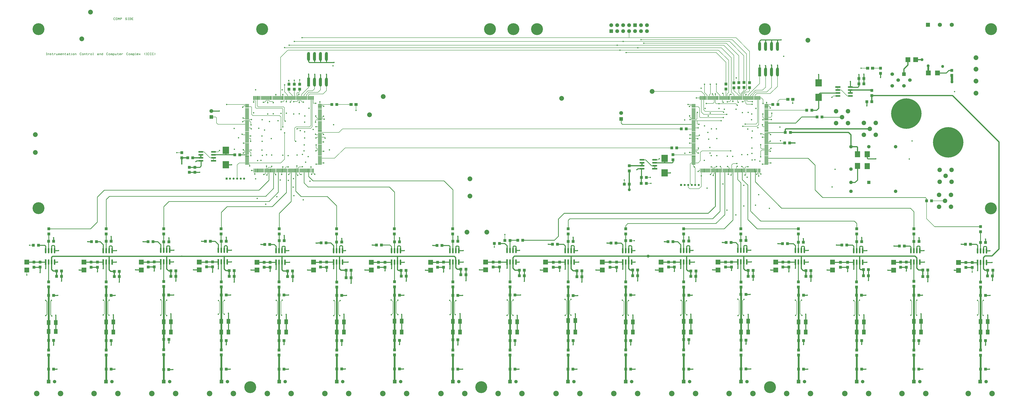
<source format=gbr>
*
G04 Mass Parameters ***
*
G04 Image ***
*
%INTDC_16TOP.GBR*%
%ICAS*%
%MOIN*%
%IPPOS*%
%ASAXBY*%
G74*%FSLAN2X34Y34*%
*
G04 Aperture Definitions ***
*
%ADD10C,0.2000*%
%ADD11C,0.5118*%
%ADD12R,0.0800X0.0800*%
%ADD13R,0.1050X0.1200*%
%ADD14R,0.0500X0.0500*%
%ADD15R,0.0790X0.0790*%
%ADD16R,0.0600X0.0800*%
%ADD17C,0.0750*%
%ADD18C,0.0700*%
%ADD19R,0.0700X0.0700*%
%ADD20C,0.0350*%
%ADD21R,0.0350X0.0350*%
%ADD22C,0.0650*%
%ADD23R,0.0600X0.0600*%
%ADD24O,0.0500X0.1500*%
%ADD25R,0.0500X0.1500*%
%ADD26C,0.0920*%
%ADD27C,0.0580*%
%ADD28C,0.0800*%
%ADD29R,0.0520X0.0500*%
%ADD30O,0.0700X0.0110*%
%ADD31R,0.0700X0.0110*%
%ADD32O,0.0110X0.0700*%
%ADD33R,0.0110X0.0700*%
%ADD34O,0.0250X0.0940*%
%ADD35R,0.0250X0.0940*%
%ADD36C,0.0600*%
%ADD37O,0.0860X0.0250*%
%ADD38R,0.0860X0.0250*%
%ADD39R,0.0866X0.1023*%
%ADD40R,0.0580X0.0580*%
%ADD41C,0.0220*%
%ADD42C,0.0300*%
%ADD43C,0.0160*%
%ADD44C,0.0080*%
%ADD45C,0.0120*%
%ADD46C,0.0220*%
%ADD47C,0.0100*%
%ADD48C,0.0150*%
%ADD49C,0.0200*%
%ADD50C,0.0500*%
%ADD51C,0.0400*%
%ADD52C,0.0220*%
%ADD53C,0.0060*%
*
G04 Plot Data ***
*
G54D42*
G01X0035240Y0011780D02*
Y0010200D01*
X0103160Y0011760D02*
Y0010210D01*
X0122520Y0020740D02*
Y0019540D01*
X0093500Y0011780D02*
Y0010170D01*
X0025580Y0020840D02*
Y0019440D01*
X0112920Y0020780D02*
Y0019400D01*
X0112930Y0019390D02*
X0112920Y0019380D01*
Y0015010D01*
X0122520Y0019540D02*
X0122530Y0019530D01*
Y0015020D01*
X0064330Y0013200D02*
Y0011800D01*
X0064340Y0011790D01*
X0054630Y0011780D02*
Y0010170D01*
X0151580Y0011760D02*
Y0010160D01*
X0093500Y0013200D02*
Y0011780D01*
X0141950Y0019400D02*
X0141970Y0019380D01*
Y0014910D01*
X0132200Y0020770D02*
Y0019410D01*
X0162790Y0020750D02*
X0162770Y0020730D01*
Y0019350D01*
X0141970Y0011780D02*
Y0010150D01*
X0122540Y0011830D02*
Y0010160D01*
X0015910Y0011780D02*
Y0010180D01*
X0083730Y0011780D02*
Y0010180D01*
X0044950Y0011780D02*
Y0010170D01*
X0064340Y0011790D02*
Y0010190D01*
X0103160Y0013200D02*
Y0011760D01*
X0083730Y0013200D02*
Y0011780D01*
X0006240Y0011790D02*
Y0010160D01*
X0025590Y0014930D02*
Y0015240D01*
X0025580Y0015250D01*
Y0019440D01*
X0162770Y0011750D02*
Y0010150D01*
X0044950Y0013200D02*
Y0011780D01*
X0151580Y0014990D02*
Y0013200D01*
X0015910D02*
Y0011780D01*
X0162770Y0013200D02*
Y0011750D01*
X0006240Y0013290D02*
Y0011790D01*
X0035240Y0006950D02*
Y0004880D01*
X0035270Y0004850D01*
X0132200Y0011750D02*
Y0010180D01*
X0006240Y0014800D02*
Y0013290D01*
X0074140Y0011890D02*
Y0010170D01*
X0035240Y0013200D02*
Y0011780D01*
X0025580Y0009400D02*
Y0006920D01*
X0025560Y0006900D01*
X0025590Y0011970D02*
X0025580Y0011960D01*
Y0010240D01*
X0044950Y0014930D02*
Y0013200D01*
X0054630D02*
Y0011780D01*
Y0007000D02*
Y0004860D01*
X0054640Y0004850D01*
X0151580Y0013200D02*
Y0011760D01*
X0035240Y0014990D02*
Y0013200D01*
X0074140D02*
Y0011890D01*
X0044950Y0006950D02*
Y0004870D01*
X0141970Y0013200D02*
Y0011780D01*
X0162770Y0009310D02*
Y0006960D01*
X0162760Y0006950D01*
X0074140Y0015000D02*
Y0013200D01*
X0093500Y0009330D02*
Y0006970D01*
X0093480Y0006950D01*
X0064340Y0007000D02*
Y0004880D01*
X0112920Y0011930D02*
Y0010210D01*
X0103160Y0014910D02*
Y0013200D01*
Y0006950D02*
Y0004860D01*
X0093500Y0015130D02*
Y0013200D01*
X0054630Y0014890D02*
Y0013200D01*
X0093500Y0019320D02*
Y0015130D01*
X0064330Y0015020D02*
Y0013200D01*
X0153980Y0057980D02*
Y0056770D01*
X0154000Y0056750D01*
X0132200Y0013200D02*
Y0011750D01*
X0141960Y0009300D02*
Y0006950D01*
X0132200D02*
Y0004860D01*
X0112920Y0013200D02*
Y0011930D01*
X0015910Y0014890D02*
Y0013200D01*
X0141970Y0014910D02*
Y0013200D01*
X0083730Y0014920D02*
Y0013200D01*
X0015910Y0006950D02*
Y0004890D01*
X0083730Y0019440D02*
Y0014920D01*
X0132200Y0014910D02*
Y0013200D01*
X0141970Y0006940D02*
Y0004850D01*
X0054630Y0019380D02*
Y0014890D01*
X0162770Y0014970D02*
Y0013200D01*
X0015910Y0019370D02*
Y0014890D01*
X0154000Y0056750D02*
X0153980Y0056770D01*
Y0057980D01*
X0025590Y0013200D02*
Y0011970D01*
X0044950Y0019420D02*
Y0014930D01*
X0151580Y0006950D02*
Y0004850D01*
X0112920Y0006960D02*
Y0004850D01*
X0035240Y0019440D02*
Y0014990D01*
X0083730Y0006950D02*
Y0004850D01*
X0006240Y0019370D02*
Y0014800D01*
X0025560Y0006900D02*
X0025570Y0006890D01*
Y0004850D01*
X0122530Y0013200D02*
Y0011840D01*
X0122540Y0007000D02*
Y0004850D01*
X0006240Y0006950D02*
Y0004850D01*
X0074140Y0006950D02*
Y0004850D01*
Y0019380D02*
Y0015000D01*
X0162770Y0004900D02*
Y0006940D01*
X0162760Y0006950D01*
X0064330Y0019400D02*
Y0015020D01*
X0093480Y0006950D02*
Y0004850D01*
X0103160Y0019430D02*
Y0014910D01*
X0064330Y0020810D02*
Y0019400D01*
X0151580D02*
Y0014990D01*
X0162770Y0019350D02*
Y0014970D01*
X0132200Y0019410D02*
Y0014910D01*
X0122540Y0009320D02*
Y0007000D01*
X0064340Y0009350D02*
Y0007000D01*
X0122530Y0015020D02*
Y0013200D01*
X0074140Y0020800D02*
Y0019380D01*
X0035240Y0009360D02*
Y0006950D01*
X0015910Y0020790D02*
Y0019370D01*
X0025590Y0014930D02*
Y0013200D01*
X0054630Y0020770D02*
Y0019380D01*
X0103160Y0020800D02*
Y0019430D01*
X0083730Y0009340D02*
Y0006950D01*
X0035240Y0020790D02*
Y0019440D01*
X0112920Y0015010D02*
Y0013200D01*
X0141950Y0020780D02*
Y0019400D01*
X0132200Y0009340D02*
Y0006950D01*
X0112920Y0009370D02*
Y0006960D01*
X0015910Y0009340D02*
Y0006950D01*
X0044950Y0009330D02*
Y0006950D01*
X0006240Y0020790D02*
Y0019370D01*
Y0009320D02*
Y0006950D01*
X0083730Y0020790D02*
Y0019440D01*
X0093500Y0020790D02*
Y0019320D01*
X0151580Y0020890D02*
Y0019400D01*
X0103160Y0009370D02*
Y0006950D01*
X0044950Y0020780D02*
Y0019420D01*
X0151580Y0009320D02*
Y0006950D01*
X0074140Y0009330D02*
Y0006950D01*
X0054630Y0009330D02*
Y0007000D01*
G54D43*
G01X0112420Y0024960D02*
X0111350D01*
X0110360D01*
X0109120D01*
X0022970D02*
X0021810D01*
X0151090Y0024950D02*
X0150300D01*
X0149350D01*
X0102660D02*
X0101650D01*
X0100550D01*
X0099230D01*
X0093000D02*
X0092080D01*
X0073630D02*
X0072570D01*
X0054120D02*
X0052940D01*
X0015400D02*
X0014430D01*
X0013370D01*
X0141460Y0024940D02*
X0140440D01*
X0139240D01*
X0063830D02*
X0062730D01*
X0061650D01*
X0060440D01*
X0044450Y0024930D02*
X0043430D01*
X0042450D01*
X0161380Y0024890D02*
X0160320D01*
X0159080D01*
X0025090Y0024990D02*
Y0023800D01*
X0161380Y0024890D02*
X0161390Y0024880D01*
X0162260D01*
X0162270Y0024890D01*
X0041230Y0024940D02*
X0042440D01*
X0042450Y0024930D01*
X0071590Y0024940D02*
X0071580Y0024930D01*
X0070410D01*
X0149350Y0024950D02*
X0149330Y0024930D01*
X0148170D01*
X0072570Y0024950D02*
X0072560Y0024940D01*
X0071590D01*
X0092080Y0024950D02*
X0091020D01*
X0091010Y0024940D01*
X0089720Y0024950D02*
X0091000D01*
X0091010Y0024940D01*
X0137920Y0024950D02*
X0137930Y0024940D01*
X0139240D01*
X0002570Y0024960D02*
X0002580Y0024950D01*
X0003770D01*
X0004800Y0024960D02*
X0003780D01*
X0003770Y0024950D01*
X0004800Y0024960D02*
X0004810Y0024950D01*
X0005750D01*
X0051920Y0024960D02*
X0052930D01*
X0052940Y0024950D01*
X0119940Y0024970D02*
X0118700D01*
X0118680Y0024950D01*
X0023980Y0024990D02*
X0023950Y0024960D01*
X0022970D01*
X0050730D02*
X0050750Y0024940D01*
X0051900D01*
X0051920Y0024960D01*
X0130590Y0024970D02*
X0130580Y0024960D01*
X0129570D01*
X0081980Y0024980D02*
X0081970Y0024970D01*
X0080920D01*
X0120930Y0024980D02*
X0120920Y0024970D01*
X0119940D01*
X0032790Y0024990D02*
X0032780Y0024980D01*
X0031550D01*
X0122020Y0024990D02*
X0120940D01*
X0120930Y0024980D01*
X0105810Y0039200D02*
X0105790Y0039180D01*
Y0038190D01*
X0105050Y0040500D02*
X0105210Y0040660D01*
X0105910D01*
X0141000Y0038360D02*
X0141690D01*
X0142110Y0038780D01*
Y0041116D01*
X0031810Y0042010D02*
X0031110D01*
X0030970Y0041870D01*
X0140920Y0054390D02*
X0140930Y0054380D01*
X0142160D01*
X0142330Y0054550D01*
Y0054930D01*
X0031810Y0042010D02*
X0031840D01*
X0031850Y0042000D01*
Y0041130D01*
X0031630Y0040910D01*
X0030820D01*
X0105810Y0039200D02*
X0105800Y0039210D01*
Y0040650D01*
X0105810Y0040660D01*
X0105910D01*
X0012170Y0024960D02*
X0012260D01*
Y0024940D01*
X0012280Y0024960D01*
X0013360D01*
X0013370Y0024950D01*
X0075760Y0019380D02*
X0074980D01*
X0074990Y0011040D02*
Y0011880D01*
X0074980Y0011890D01*
X0075340Y0016290D02*
Y0015000D01*
X0074980Y0019380D02*
X0075760D01*
X0076330Y0021830D02*
Y0022830D01*
X0079640Y0023650D02*
X0078600D01*
X0075130Y0024950D02*
X0075880D01*
X0075860Y0026910D02*
X0075130D01*
X0074960Y0029290D02*
Y0028480D01*
X0074970Y0028470D01*
X0153910Y0022540D02*
Y0021680D01*
X0153020Y0019400D02*
X0152420D01*
X0152780Y0016280D02*
Y0014990D01*
X0153020Y0019400D02*
X0152420D01*
X0152590Y0024950D02*
X0153340D01*
X0150300Y0023450D02*
Y0024110D01*
X0143170Y0014910D02*
Y0016110D01*
X0143500Y0019400D02*
X0142790D01*
X0152590Y0026910D02*
X0153260D01*
X0153340Y0024950D02*
X0152590D01*
X0147220Y0023610D02*
X0148170D01*
X0142790Y0019400D02*
X0143500D01*
X0143940Y0021880D02*
Y0022670D01*
X0142800Y0028410D02*
Y0029090D01*
X0142960Y0026900D02*
X0143660D01*
X0143690Y0024940D02*
X0142960D01*
X0140440Y0023380D02*
Y0024100D01*
X0133040Y0019410D02*
X0133680D01*
X0134270Y0021740D02*
Y0022570D01*
X0133040Y0019410D02*
X0133680D01*
X0133020Y0028290D02*
Y0028910D01*
X0133170Y0026930D02*
X0133830D01*
Y0024970D02*
X0133170D01*
X0142960Y0024940D02*
X0143690D01*
X0137000Y0023630D02*
X0137920D01*
X0152430Y0028430D02*
Y0029080D01*
X0094700Y0015130D02*
Y0016280D01*
X0095120Y0019320D02*
X0094340D01*
X0095120D01*
X0095810Y0021590D02*
Y0022510D01*
X0094350Y0028420D02*
Y0029120D01*
X0094500Y0026910D02*
X0095090D01*
X0095270Y0024950D02*
X0094500D01*
X0098160Y0023630D02*
X0099230D01*
X0098160D01*
X0101650Y0024110D02*
Y0023380D01*
X0104740Y0024950D02*
X0104160D01*
X0105190Y0022660D02*
X0105180Y0022650D01*
Y0021790D01*
X0104700Y0019430D02*
X0104000D01*
X0104360Y0016070D02*
Y0014910D01*
X0104700Y0019430D02*
X0104000D01*
X0104160Y0026910D02*
X0104700D01*
X0104740Y0024950D02*
X0104160D01*
X0104740D01*
X0108180Y0023640D02*
X0109120D01*
X0084930Y0016010D02*
Y0014920D01*
X0085500Y0019440D02*
X0084570D01*
X0085500D01*
X0086140Y0021730D02*
Y0022660D01*
X0084730Y0026940D02*
X0085340D01*
X0085290Y0024980D02*
X0084730D01*
X0085290D01*
X0109120Y0023640D02*
X0108180D01*
X0113920Y0024960D02*
X0114700D01*
X0055830Y0014890D02*
Y0016210D01*
X0056290Y0019380D02*
X0055470D01*
X0055460Y0028920D02*
Y0028340D01*
X0145180Y0042320D02*
X0143850D01*
X0143750Y0042420D01*
Y0043110D01*
X0135560Y0055110D02*
Y0056500D01*
X0055620Y0026910D02*
X0056120D01*
X0056530Y0024950D02*
X0055620D01*
X0059360Y0023620D02*
X0060440D01*
X0143750Y0043110D02*
Y0042420D01*
X0143850Y0042320D01*
X0145180D01*
X0062730Y0024100D02*
Y0023490D01*
X0065970Y0024940D02*
X0065330D01*
X0065170Y0019400D02*
X0065910D01*
X0066300Y0021770D02*
Y0022610D01*
X0065170Y0028370D02*
Y0029050D01*
X0065180Y0011790D02*
Y0011110D01*
X0065170Y0019400D02*
X0065910D01*
X0065530Y0015020D02*
Y0016170D01*
X0065330Y0026900D02*
X0065970D01*
Y0024940D02*
X0065330D01*
X0065970D01*
X0075880Y0024950D02*
X0075130D01*
X0069550Y0023610D02*
X0070410D01*
X0152430Y0029080D02*
Y0028430D01*
X0095270Y0024950D02*
X0094500D01*
X0088840Y0023630D02*
X0089720D01*
X0133830Y0024970D02*
X0133170D01*
X0127540Y0023630D02*
X0128370D01*
X0128380Y0023640D01*
X0143750Y0043110D02*
Y0042420D01*
X0143850Y0042320D01*
X0145180D01*
X0074970Y0028470D02*
X0074960Y0028480D01*
Y0029290D01*
X0104000Y0011760D02*
Y0011020D01*
X0104730Y0006950D02*
X0104000D01*
X0124570Y0022550D02*
Y0021900D01*
X0124070Y0019540D02*
X0123360D01*
X0124070D01*
X0123730Y0016150D02*
Y0015020D01*
X0104000Y0011020D02*
Y0011760D01*
X0104730Y0006950D02*
X0104000D01*
X0124280Y0024990D02*
X0123520D01*
X0113920Y0024960D02*
X0114700D01*
X0114480Y0026920D02*
X0113920D01*
X0109660Y0028390D02*
X0110270D01*
X0110680Y0039960D02*
X0109720D01*
X0110680D01*
X0031620Y0040070D02*
X0030820D01*
X0007080Y0011790D02*
Y0010990D01*
X0007630Y0006950D02*
X0007080D01*
X0017620Y0024950D02*
X0016900D01*
X0012170Y0023640D02*
X0011360D01*
X0027240Y0019440D02*
X0026420D01*
X0143670Y0051240D02*
Y0051930D01*
X0074980Y0011890D02*
X0074990Y0011880D01*
Y0011040D01*
X0075770Y0006950D02*
X0074980D01*
X0075770D01*
X0026420Y0019440D02*
X0027240D01*
X0026790Y0016270D02*
Y0014930D01*
X0036940Y0024990D02*
X0036240D01*
X0031550Y0023660D02*
X0030560D01*
X0045790Y0019420D02*
X0046530D01*
X0047230Y0021710D02*
Y0022540D01*
X0041230Y0023620D02*
X0040230D01*
X0045950Y0026890D02*
X0046590D01*
X0046720Y0024930D02*
X0045950D01*
X0046720D01*
X0056530Y0024950D02*
X0055620D01*
X0049730Y0023640D02*
X0050730D01*
X0007080Y0010990D02*
Y0011790D01*
X0007630Y0006950D02*
X0007080D01*
Y0028460D02*
Y0029050D01*
Y0028460D01*
X0123360Y0029280D02*
Y0028600D01*
X0036240Y0024990D02*
X0036940D01*
X0036930Y0026950D02*
X0036240D01*
X0031950Y0028450D02*
X0032560D01*
X0133040Y0011750D02*
Y0011100D01*
X0133750Y0006950D02*
X0133040D01*
Y0011100D02*
Y0011750D01*
X0133750Y0006950D02*
X0133040D01*
X0084570Y0011780D02*
Y0010980D01*
X0085240Y0006950D02*
X0084570D01*
Y0010980D02*
Y0011780D01*
X0085240Y0006950D02*
X0084570D01*
X0094340Y0011780D02*
Y0011060D01*
X0094970Y0006950D02*
X0094320D01*
X0094340Y0011060D02*
Y0011780D01*
X0094970Y0006950D02*
X0094320D01*
X0036080Y0011780D02*
Y0011080D01*
X0036730Y0006950D02*
X0036080D01*
Y0011080D02*
Y0011780D01*
X0036730Y0006950D02*
X0036080D01*
X0045790Y0011780D02*
Y0011090D01*
X0046500Y0006950D02*
X0045790D01*
Y0011090D02*
Y0011780D01*
X0046500Y0006950D02*
X0045790D01*
X0123520Y0024990D02*
X0124280D01*
X0124170Y0026950D02*
X0123520D01*
X0152420Y0011760D02*
Y0011120D01*
X0153080Y0006950D02*
X0152420D01*
Y0011120D02*
Y0011760D01*
X0153080Y0006950D02*
X0152420D01*
X0142810Y0011780D02*
Y0011140D01*
X0143510Y0006950D02*
X0142800D01*
X0142810Y0011140D02*
Y0011780D01*
X0143510Y0006950D02*
X0142800D01*
X0016750Y0011780D02*
Y0010990D01*
X0016740Y0011000D01*
X0017390Y0006950D02*
X0016750D01*
X0016740Y0011000D02*
X0016750Y0010990D01*
Y0011780D01*
X0017390Y0006950D02*
X0016750D01*
X0163610Y0011750D02*
Y0011010D01*
X0164290Y0006950D02*
X0163600D01*
X0143670Y0051930D02*
Y0051240D01*
X0163970Y0014970D02*
Y0016050D01*
X0143170Y0056550D02*
Y0055830D01*
X0164380Y0019350D02*
X0163610D01*
X0164380D01*
X0164780Y0021870D02*
Y0022640D01*
X0164720Y0024890D02*
X0163770D01*
X0163610Y0028830D02*
Y0028250D01*
X0159530Y0027980D02*
X0160230D01*
X0163770Y0024890D02*
X0164720D01*
X0164330Y0026850D02*
X0163770D01*
X0164290Y0006950D02*
X0163600D01*
X0163610Y0011010D02*
Y0011750D01*
X0152590Y0024950D02*
X0153340D01*
X0123370Y0011840D02*
Y0011150D01*
X0124190Y0007000D02*
X0123380D01*
X0123370Y0011150D02*
Y0011840D01*
X0124190Y0007000D02*
X0123380D01*
X0036980Y0041320D02*
X0036020D01*
X0104700Y0026910D02*
X0104160D01*
X0100050Y0028150D02*
X0100700D01*
X0050730Y0023640D02*
X0049730D01*
X0051180Y0028180D02*
X0051400D01*
X0051410Y0028190D01*
X0052000D01*
X0110680Y0039960D02*
X0109720D01*
X0128380Y0023640D02*
X0128370Y0023630D01*
X0127540D01*
X0128740Y0028070D02*
X0129500D01*
X0148170Y0023610D02*
X0147220D01*
X0148250Y0027650D02*
X0149140D01*
X0034910Y0050380D02*
X0033570D01*
X0045800Y0029440D02*
Y0028550D01*
X0089720Y0023630D02*
X0088840D01*
X0090180Y0027970D02*
X0090860D01*
X0070410Y0023610D02*
X0069550D01*
X0070790Y0027780D02*
X0071480D01*
X0060440Y0023620D02*
X0059360D01*
X0060620Y0027830D02*
X0061300D01*
X0137920Y0023630D02*
X0137000D01*
X0138570Y0027840D02*
X0139470D01*
X0133400Y0014910D02*
Y0016200D01*
X0143170Y0055830D02*
Y0054930D01*
X0030820Y0040070D02*
X0029860D01*
X0022950Y0028410D02*
X0022120D01*
X0026430Y0029030D02*
Y0028360D01*
X0120050Y0028260D02*
X0119420D01*
X0027280Y0026950D02*
X0026590D01*
X0027200Y0024990D02*
X0026590D01*
X0033790Y0024150D02*
X0032790D01*
X0111350Y0024120D02*
X0110360D01*
X0150300Y0024110D02*
X0149350D01*
X0101650D02*
X0100550D01*
X0014430D02*
X0013370D01*
X0140440Y0024100D02*
X0139240D01*
X0062730D02*
X0061650D01*
X0043430Y0024090D02*
X0042450D01*
X0161380Y0024050D02*
X0160320D01*
X0120930Y0024140D02*
Y0023560D01*
X0023980Y0024150D02*
Y0023460D01*
X0076330Y0023750D02*
Y0022830D01*
X0086140Y0023600D02*
Y0022660D01*
X0134270Y0023540D02*
Y0022570D01*
X0037410Y0023530D02*
Y0022550D01*
X0027610Y0023490D02*
Y0022550D01*
X0153910Y0023640D02*
Y0022540D01*
X0018120Y0023390D02*
Y0022520D01*
X0095810Y0023510D02*
Y0022510D01*
X0057040Y0023610D02*
Y0022340D01*
X0027610Y0022550D02*
Y0021760D01*
X0114950Y0022550D02*
Y0021700D01*
X0007440Y0014800D02*
Y0013290D01*
X0163970Y0014970D02*
Y0013200D01*
X0152780Y0014990D02*
Y0013200D01*
X0143170Y0014910D02*
Y0013200D01*
X0133400Y0014910D02*
Y0013200D01*
X0123730Y0015020D02*
Y0013200D01*
X0114120Y0015010D02*
Y0013200D01*
X0104360Y0014910D02*
Y0013200D01*
X0084930Y0014920D02*
Y0013200D01*
X0075340Y0015000D02*
Y0013200D01*
X0065530Y0015020D02*
Y0013200D01*
X0046150Y0014930D02*
Y0013200D01*
X0036440Y0014990D02*
Y0013200D01*
X0026790Y0014930D02*
Y0013200D01*
X0017110Y0014890D02*
Y0013200D01*
X0026430Y0011970D02*
Y0011360D01*
X0027110Y0006900D02*
X0026400D01*
X0047220Y0023470D02*
X0047230Y0023460D01*
Y0022540D01*
X0114960Y0023470D02*
Y0022560D01*
X0114950Y0022550D01*
X0124580Y0023570D02*
Y0022560D01*
X0124570Y0022550D01*
X0008400Y0023480D02*
Y0022570D01*
X0008410Y0022560D01*
X0066280Y0023560D02*
X0066300Y0023540D01*
Y0022610D01*
X0105180Y0023630D02*
X0105190Y0023620D01*
Y0022660D01*
X0143950Y0023710D02*
X0143940Y0023700D01*
Y0022670D01*
X0158370Y0023590D02*
X0159080D01*
Y0023570D01*
X0164780Y0022640D02*
X0164800D01*
X0164830Y0022670D01*
Y0023610D01*
X0117760Y0023650D02*
X0118680D01*
Y0023630D01*
X0020850Y0023660D02*
X0021810D01*
Y0023640D01*
X0072570Y0024110D02*
X0072560Y0024100D01*
X0071590D01*
X0092080Y0024110D02*
X0091020D01*
X0091010Y0024100D01*
X0004800Y0024120D02*
X0004790Y0024110D01*
X0003770D01*
X0051920Y0024120D02*
X0051930Y0024110D01*
X0052940D01*
X0023980Y0024150D02*
X0023000D01*
X0022970Y0024120D01*
X0130590Y0024130D02*
X0129580D01*
X0129570Y0024120D01*
X0081980Y0024140D02*
Y0024130D01*
X0080920D01*
X0120930Y0024140D02*
X0120920Y0024130D01*
X0119940D01*
X0052920Y0059530D02*
Y0058540D01*
X0054160D01*
X0050920Y0059530D02*
Y0058530D01*
X0051920D01*
Y0059530D01*
X0126660Y0061220D02*
Y0062340D01*
X0127660D01*
Y0061220D01*
X0129290Y0062340D02*
X0127660D01*
Y0061220D01*
X0128660D02*
Y0062330D01*
X0129280D01*
X0129290Y0062340D01*
X0125660Y0061220D02*
Y0062130D01*
X0125870Y0062340D01*
X0126660D01*
Y0061220D01*
X0054160Y0058540D02*
X0054170D01*
X0054160Y0058530D01*
X0051920D01*
Y0059530D01*
X0049920D02*
Y0058650D01*
X0050040Y0058530D01*
X0050920D01*
Y0059530D01*
X0123520Y0026950D02*
Y0027670D01*
X0123440Y0027750D01*
X0123110D01*
X0123020Y0027660D01*
Y0026950D01*
X0036240D02*
Y0027580D01*
X0036100Y0027720D01*
X0035870D01*
X0035740Y0027590D01*
Y0026950D01*
X0026590D02*
Y0027600D01*
X0026480Y0027710D01*
X0026170D01*
X0026090Y0027630D01*
Y0026950D01*
X0084730Y0026940D02*
Y0027560D01*
X0084610Y0027680D01*
X0084350D01*
X0084230Y0027560D01*
Y0026940D01*
X0133170Y0026930D02*
Y0027530D01*
X0133060Y0027640D01*
X0132780D01*
X0132670Y0027530D01*
Y0026930D01*
X0113920Y0026920D02*
Y0027640D01*
X0113820Y0027740D01*
X0113530D01*
X0113420Y0027630D01*
Y0026920D01*
X0152590Y0026910D02*
Y0027550D01*
X0152460Y0027680D01*
X0152200D01*
X0152090Y0027570D01*
Y0026910D01*
X0104160D02*
Y0027590D01*
X0104030Y0027720D01*
X0103750D01*
X0103660Y0027630D01*
Y0026910D01*
X0094500D02*
Y0027640D01*
X0094390Y0027750D01*
X0094090D01*
X0094000Y0027660D01*
Y0026910D01*
X0075130D02*
Y0027570D01*
X0075020Y0027680D01*
X0074720D01*
X0074630Y0027590D01*
Y0026910D01*
X0055620D02*
Y0027600D01*
X0055480Y0027740D01*
X0055250D01*
X0055120Y0027610D01*
Y0026910D01*
X0016900D02*
Y0027570D01*
X0016760Y0027710D01*
X0016530D01*
X0016400Y0027580D01*
Y0026910D01*
X0007250D02*
Y0027640D01*
X0007130Y0027760D01*
X0006850D01*
X0006750Y0027660D01*
Y0026910D01*
X0142960Y0026900D02*
Y0027540D01*
X0142880Y0027620D01*
X0142550D01*
X0142460Y0027530D01*
Y0026900D01*
X0065330D02*
Y0027560D01*
X0065200Y0027690D01*
X0064950D01*
X0064830Y0027570D01*
Y0026900D01*
X0045950Y0026890D02*
Y0027550D01*
X0045870Y0027630D01*
X0045540D01*
X0045450Y0027540D01*
Y0026890D01*
X0163770Y0026850D02*
Y0027490D01*
X0163670Y0027590D01*
X0163360D01*
X0163270Y0027500D01*
Y0026850D01*
X0129570Y0024960D02*
X0128380D01*
X0080920Y0024970D02*
X0079640D01*
X0080920Y0024130D02*
X0081980D01*
Y0023320D01*
X0078600Y0023650D02*
X0079640D01*
X0094500Y0024950D02*
X0095270D01*
X0092080Y0023400D02*
Y0024110D01*
X0111350Y0023400D02*
Y0024120D01*
X0113760Y0028500D02*
Y0029200D01*
X0056070Y0007000D02*
X0055470D01*
Y0010960D02*
Y0011780D01*
X0057040Y0022340D02*
Y0021390D01*
X0056290Y0019380D02*
X0055470D01*
X0075130Y0024950D02*
X0075880D01*
X0072570Y0023310D02*
Y0024110D01*
X0130590Y0024130D02*
Y0023330D01*
X0133830Y0024970D02*
X0133170D01*
X0124280Y0024990D02*
X0123520D01*
X0055470Y0011780D02*
Y0010960D01*
X0056070Y0007000D02*
X0055470D01*
X0114330Y0019390D02*
X0113770D01*
X0114120Y0015010D02*
Y0016210D01*
X0113760Y0011930D02*
Y0011190D01*
X0012820Y0028390D02*
X0013440D01*
X0016900Y0024950D02*
X0017620D01*
X0017630Y0026910D02*
X0016900D01*
X0007250Y0024950D02*
X0007730D01*
X0004800Y0023200D02*
Y0024120D01*
X0007730Y0024950D02*
X0007250D01*
Y0026910D02*
X0007900D01*
X0007730Y0024950D02*
X0007250D01*
X0007080Y0019370D02*
X0007780D01*
X0008410Y0021750D02*
Y0022560D01*
X0007780Y0019370D02*
X0007080D01*
X0007440Y0014800D02*
Y0016030D01*
X0012170Y0023640D02*
X0011360D01*
X0016900Y0024950D02*
X0017620D01*
X0014430Y0023340D02*
Y0024110D01*
X0016750Y0019370D02*
X0017400D01*
X0018110Y0021600D02*
Y0022510D01*
X0018120Y0022520D01*
X0017400Y0019370D02*
X0016750D01*
X0017110Y0014890D02*
Y0016090D01*
X0016750Y0028450D02*
Y0029270D01*
X0031550Y0023660D02*
X0030560D01*
X0036240Y0024990D02*
X0036940D01*
X0033790Y0023280D02*
Y0024150D01*
X0036070Y0028470D02*
Y0029120D01*
X0036080Y0019440D02*
X0036820D01*
X0037410Y0021600D02*
Y0022550D01*
X0036820Y0019440D02*
X0036080D01*
X0036440Y0014990D02*
Y0016360D01*
X0041230Y0023620D02*
X0040230D01*
X0045950Y0024930D02*
X0046720D01*
X0043430Y0023400D02*
Y0024090D01*
X0046530Y0019420D02*
X0045790D01*
X0046150Y0014930D02*
Y0016150D01*
X0042550Y0027920D02*
X0041920D01*
X0055620Y0024950D02*
X0056530D01*
X0052940Y0023390D02*
Y0024110D01*
X0131670Y0024970D02*
X0130590D01*
X0083230Y0024980D02*
X0081980D01*
X0025090Y0024990D02*
X0023980D01*
X0033790D02*
X0032790D01*
X0034740D02*
X0033790D01*
X0030820Y0040910D02*
X0029860D01*
X0065840Y0007000D02*
X0065180D01*
Y0011790D02*
Y0011110D01*
X0065840Y0007000D02*
X0065180D01*
X0114440Y0006960D02*
X0113760D01*
X0114330Y0019390D02*
X0113770D01*
X0113760Y0011930D02*
Y0011190D01*
X0114440Y0006960D02*
X0113760D01*
X0093000Y0023760D02*
Y0024950D01*
X0151090D02*
Y0023840D01*
X0112420Y0023910D02*
Y0024960D01*
X0102660Y0023770D02*
Y0024950D01*
X0073630D02*
Y0023840D01*
X0141460Y0024940D02*
Y0023760D01*
X0054120Y0024950D02*
Y0023870D01*
X0083230Y0023930D02*
Y0024980D01*
X0123360Y0028600D02*
Y0029280D01*
X0015400Y0023880D02*
Y0024950D01*
X0005750Y0023860D02*
Y0024950D01*
X0131670Y0024970D02*
Y0023930D01*
X0044450Y0023740D02*
Y0024930D01*
X0122020Y0024990D02*
Y0023890D01*
X0034740Y0024990D02*
Y0023830D01*
X0034750Y0023820D01*
X0063830Y0023870D02*
Y0024940D01*
X0142330Y0055830D02*
Y0056510D01*
Y0055820D02*
Y0054930D01*
X0140920Y0054390D02*
Y0055320D01*
X0142330Y0054930D02*
Y0055820D01*
X0145990Y0056010D02*
Y0056710D01*
Y0056010D01*
X0045800Y0028550D02*
Y0029440D01*
X0162260Y0023530D02*
Y0024880D01*
X0162270Y0024890D01*
X0015910Y0004890D02*
X0015870Y0004850D01*
X0135560Y0052660D02*
Y0053150D01*
X0135800Y0053390D01*
X0138800D01*
X0108030Y0041660D02*
X0110980D01*
X0111120Y0041800D01*
Y0042180D01*
X0049910Y0055240D02*
Y0056550D01*
X0049900Y0056560D01*
X0125660Y0056920D02*
Y0058060D01*
X0052920Y0056440D02*
Y0055250D01*
X0161380Y0024890D02*
X0161390Y0024880D01*
X0162280D01*
X0162270Y0024890D01*
X0005750Y0026910D02*
Y0027640D01*
X0005600Y0027790D01*
X0004530D01*
X0025090Y0026950D02*
Y0027890D01*
X0024570Y0028410D01*
X0023790D01*
X0051910Y0056480D02*
Y0055240D01*
X0051920Y0055230D01*
X0037500Y0043000D02*
X0037480Y0043020D01*
X0036020D01*
Y0043770D01*
X0044450Y0026890D02*
Y0027620D01*
X0044150Y0027920D01*
X0043390D01*
X0083230Y0026940D02*
Y0027720D01*
X0082850Y0028100D01*
X0081960D01*
X0050930Y0056520D02*
Y0055240D01*
X0054120Y0026910D02*
Y0027720D01*
X0053650Y0028190D01*
X0052840D01*
X0015400Y0026910D02*
Y0027890D01*
X0014900Y0028390D01*
X0014280D01*
X0033930Y0043010D02*
X0033940Y0043020D01*
X0036020D01*
Y0043770D01*
X0112420Y0026920D02*
Y0027890D01*
X0111920Y0028390D01*
X0111110D01*
X0126660Y0056920D02*
Y0057970D01*
X0034740Y0026950D02*
Y0027930D01*
X0034220Y0028450D01*
X0033400D01*
X0122020Y0026950D02*
Y0027910D01*
X0121670Y0028260D01*
X0120890D01*
X0109720Y0042410D02*
Y0041660D01*
X0108030D01*
X0128660Y0056920D02*
Y0058050D01*
X0131670Y0026930D02*
Y0027730D01*
X0131330Y0028070D01*
X0130340D01*
X0127660Y0056920D02*
Y0058090D01*
X0141460Y0026900D02*
Y0027640D01*
X0141260Y0027840D01*
X0140310D01*
X0134430Y0050500D02*
X0135230D01*
X0135560Y0050830D01*
Y0052660D01*
X0162270Y0026850D02*
Y0027770D01*
X0162060Y0027980D01*
X0161070D01*
X0102660Y0026910D02*
Y0027890D01*
X0102400Y0028150D01*
X0101540D01*
X0073630Y0026910D02*
Y0027620D01*
X0073470Y0027780D01*
X0072320D01*
X0093000Y0026910D02*
Y0027710D01*
X0092740Y0027970D01*
X0091700D01*
X0151090Y0026910D02*
Y0027500D01*
X0150940Y0027650D01*
X0149980D01*
G54D44*
G01X0051120Y0049540D02*
Y0049410D01*
X0051417Y0049113D01*
X0051792D01*
X0040180Y0046160D02*
X0039588D01*
X0039587D01*
X0051130Y0043670D02*
X0051258Y0043798D01*
X0051792D01*
X0042835Y0040353D02*
X0042840Y0040358D01*
Y0041100D01*
X0045591Y0040353D02*
X0045590Y0040354D01*
Y0040980D01*
X0048870Y0041000D02*
X0048830Y0040960D01*
X0048340D01*
X0048150Y0040770D01*
Y0040353D01*
X0051070Y0046470D02*
X0051183Y0046357D01*
X0051792D01*
X0039587Y0048916D02*
X0040316D01*
X0040320Y0048920D01*
X0052530Y0048990D02*
X0052330D01*
X0052207Y0049113D01*
X0051792D01*
X0050709Y0052558D02*
Y0051680D01*
X0050710D01*
X0051120D01*
X0045300Y0051890D02*
X0045350Y0051940D01*
X0045680D01*
X0045788Y0052048D01*
Y0052558D01*
X0051792Y0041436D02*
X0051791Y0041435D01*
X0051185D01*
X0040020Y0041140D02*
Y0041360D01*
X0039950Y0041430D01*
X0039593D01*
X0039587Y0041436D01*
X0074540Y0016130D02*
X0074450Y0016220D01*
Y0018310D01*
X0074640Y0018500D01*
X0081120Y0028100D02*
Y0027510D01*
X0082890Y0029610D02*
Y0028590D01*
Y0029610D01*
X0151090Y0016030D02*
X0151220Y0016160D01*
Y0018350D01*
X0151050Y0018520D01*
Y0018550D01*
X0152040Y0016030D02*
X0151930Y0016140D01*
Y0018420D01*
X0152090Y0018580D01*
X0141480Y0018500D02*
X0141680Y0018300D01*
Y0016140D01*
X0141540Y0016000D01*
X0142410Y0016030D02*
X0142260Y0016180D01*
Y0018360D01*
X0142450Y0018550D01*
X0142410Y0016030D02*
X0142260Y0016180D01*
Y0018360D01*
X0142450Y0018550D01*
X0132710Y0018580D02*
X0132480Y0018350D01*
Y0016290D01*
X0132760Y0016010D01*
X0093000Y0015990D02*
X0093230Y0016220D01*
Y0018450D01*
X0092980Y0018700D01*
X0093970Y0016020D02*
X0093770Y0016220D01*
Y0018470D01*
X0093990Y0018690D01*
X0102670Y0016000D02*
X0102870Y0016200D01*
Y0018330D01*
X0102620Y0018580D01*
X0103620Y0016020D02*
X0103430Y0016210D01*
Y0018290D01*
X0103650Y0018510D01*
X0084240Y0015990D02*
X0084000Y0016230D01*
Y0018330D01*
X0084280Y0018610D01*
X0081120Y0028100D02*
Y0027510D01*
X0137820Y0052660D02*
X0138050Y0052890D01*
X0138800D01*
X0138050D01*
X0137820Y0052660D01*
X0064920Y0018550D02*
X0064630Y0018260D01*
Y0016400D01*
X0064900Y0016130D01*
X0064910D01*
X0126792Y0047735D02*
X0126230D01*
X0126145Y0047820D01*
Y0048060D01*
X0127505Y0046402D02*
X0127353Y0046554D01*
X0126792D01*
X0127505Y0046402D02*
X0127353Y0046554D01*
X0126792D01*
Y0045176D02*
X0127321D01*
X0127455Y0045310D01*
X0126792Y0043601D02*
X0126793Y0043600D01*
X0127490D01*
X0127533Y0041633D02*
X0126792D01*
Y0045176D02*
X0127321D01*
X0127455Y0045310D01*
X0127490Y0043600D02*
X0126793D01*
X0126792Y0043601D01*
X0126145Y0048060D02*
Y0047820D01*
X0126230Y0047735D01*
X0126792D01*
Y0045176D02*
X0127321D01*
X0127455Y0045310D01*
X0127505Y0046402D02*
X0127353Y0046554D01*
X0126792D01*
X0114587Y0047538D02*
X0115342D01*
X0113973Y0046357D02*
X0114587D01*
X0123050Y0018690D02*
X0122810Y0018450D01*
Y0016170D01*
X0122990Y0015990D01*
X0122040Y0015970D02*
X0122230Y0016160D01*
Y0018530D01*
X0122020Y0018740D01*
X0114587Y0044979D02*
X0114021D01*
X0114012Y0044970D01*
X0113920D01*
X0113910Y0044960D01*
X0113924Y0043404D02*
X0114587D01*
X0121900Y0041050D02*
X0121772Y0040922D01*
Y0040353D01*
X0123050Y0018690D02*
X0122810Y0018450D01*
Y0016170D01*
X0122990Y0015990D01*
X0126792Y0049310D02*
X0127530D01*
X0127705Y0049485D01*
Y0049985D01*
X0127440Y0050860D02*
Y0051010D01*
X0127171Y0051278D01*
X0126792D01*
X0114587Y0044979D02*
X0114021D01*
X0114012Y0044970D01*
X0113920D01*
X0113910Y0044960D01*
X0113973Y0046357D02*
X0114587D01*
X0107310Y0039200D02*
X0106650D01*
X0033930Y0043510D02*
X0034730D01*
X0034950Y0043730D01*
X0039587Y0047538D02*
X0040102D01*
X0040280Y0047360D01*
X0038730Y0046460D02*
X0038830Y0046357D01*
X0039587D01*
X0034950Y0043730D02*
X0034730Y0043510D01*
X0033930D01*
X0028600Y0043350D02*
X0027790D01*
X0038991Y0044979D02*
X0039587D01*
X0025080Y0018620D02*
X0025250Y0018450D01*
Y0016200D01*
X0025080Y0016030D01*
X0026060Y0015980D02*
X0025870Y0016170D01*
Y0018350D01*
X0026090Y0018570D01*
X0025870Y0018350D01*
Y0016170D01*
X0026060Y0015980D01*
X0114587Y0049113D02*
X0114197D01*
X0113910Y0049400D01*
Y0049550D01*
X0113870Y0051130D02*
X0114018Y0051278D01*
X0114587D01*
X0115342Y0047538D02*
X0114587D01*
X0113910Y0049550D02*
Y0049400D01*
X0114197Y0049113D01*
X0114587D01*
X0051792Y0047735D02*
X0051155D01*
X0052420Y0049510D02*
X0052220Y0049310D01*
X0051792D01*
X0057870Y0050450D02*
Y0051450D01*
X0051792Y0049310D02*
X0052220D01*
X0052420Y0049510D01*
X0057870Y0050450D02*
Y0051450D01*
X0044213Y0040353D02*
Y0039867D01*
X0044390Y0039690D01*
X0045394Y0040353D02*
Y0039694D01*
X0044390Y0039690D02*
X0044213Y0039867D01*
Y0040353D01*
X0108030Y0042160D02*
X0108640D01*
X0108820Y0042340D01*
X0163220Y0016010D02*
X0163080Y0016150D01*
Y0018360D01*
X0163250Y0018530D01*
X0143800Y0057550D02*
X0142720D01*
X0040280Y0047360D02*
X0040102Y0047538D01*
X0039587D01*
Y0044979D02*
X0038991D01*
X0038730Y0046460D02*
X0038830Y0046357D01*
X0039587D01*
Y0043404D02*
X0039066D01*
X0038951Y0043290D01*
X0042835Y0052558D02*
Y0052165D01*
X0042510Y0051840D01*
X0042300D01*
X0042510D01*
X0042835Y0052165D01*
Y0052558D01*
X0048544D02*
Y0052186D01*
X0048850Y0051880D01*
X0049040D01*
X0046840Y0051870D02*
X0046969Y0051999D01*
Y0052558D01*
X0045591D02*
Y0053121D01*
X0044410Y0053130D02*
Y0052558D01*
X0045591D02*
Y0053121D01*
X0046840Y0051870D02*
X0046969Y0051999D01*
Y0052558D01*
X0104000Y0028560D02*
X0104620D01*
X0038910Y0049210D02*
X0039007Y0049113D01*
X0039587D01*
Y0051278D02*
X0039108D01*
X0038850Y0051020D01*
X0038910Y0049210D02*
X0039007Y0049113D01*
X0039587D01*
X0114587Y0043404D02*
X0113924D01*
X0108030Y0042160D02*
X0108640D01*
X0108820Y0042340D01*
X0106630Y0038190D02*
X0106650Y0038210D01*
X0107410D01*
X0107310Y0039200D02*
X0106650D01*
X0107310D01*
X0102940Y0038760D02*
Y0038060D01*
X0050513Y0040353D02*
Y0039833D01*
X0050410Y0039730D01*
X0050316Y0040954D02*
Y0040353D01*
X0050513D02*
Y0039833D01*
X0050410Y0039730D01*
X0050513Y0040353D02*
Y0039833D01*
X0050410Y0039730D01*
X0048650Y0039710D02*
X0048474D01*
X0048347Y0039837D01*
Y0040353D01*
X0050709D02*
Y0039980D01*
X0050950Y0039740D01*
X0050410Y0039730D02*
X0050513Y0039833D01*
Y0040353D01*
X0040333D02*
X0040670D01*
X0039587Y0046357D02*
X0038830D01*
X0038730Y0046460D01*
X0051792Y0051278D02*
X0052311D01*
X0052440Y0051150D01*
X0052420Y0049510D02*
X0052220Y0049310D01*
X0051792D01*
Y0046554D02*
X0052296D01*
X0052410Y0046440D01*
X0051155Y0047735D02*
X0051792D01*
X0045591Y0052558D02*
Y0053121D01*
X0121969Y0052558D02*
Y0051936D01*
X0122070Y0051835D01*
X0120830Y0053170D02*
X0120660D01*
X0120591Y0053101D01*
Y0052558D01*
X0119555Y0051835D02*
X0119410Y0051980D01*
Y0052558D01*
X0120394Y0040353D02*
Y0039735D01*
X0119060Y0041030D02*
X0119213Y0040877D01*
Y0040353D01*
X0121772D02*
Y0040922D01*
X0121900Y0041050D01*
X0123234Y0039590D02*
X0123347Y0039703D01*
Y0040353D01*
X0132760Y0016010D02*
X0132480Y0016290D01*
Y0018350D01*
X0132710Y0018580D01*
X0054130Y0015960D02*
X0054320Y0016150D01*
Y0018370D01*
X0054190Y0018500D01*
X0034750Y0016190D02*
X0034940Y0016380D01*
Y0018360D01*
X0034790Y0018510D01*
X0055140Y0015970D02*
X0054940Y0016170D01*
Y0018250D01*
X0055200Y0018510D01*
X0035730Y0016190D02*
X0035550Y0016370D01*
Y0018290D01*
X0035790Y0018530D01*
X0073680Y0016140D02*
X0073850Y0016310D01*
Y0018280D01*
X0073600Y0018530D01*
X0044510Y0016040D02*
X0044670Y0016200D01*
Y0018350D01*
X0044480Y0018540D01*
X0045360Y0016030D02*
X0045260Y0016130D01*
Y0018340D01*
X0045470Y0018550D01*
X0083230Y0015990D02*
X0083460Y0016220D01*
Y0018390D01*
X0083260Y0018590D01*
X0063810Y0016110D02*
X0064060Y0016360D01*
Y0018340D01*
X0063790Y0018610D01*
X0113430Y0016100D02*
X0113190Y0016340D01*
Y0018310D01*
X0113360Y0018480D01*
X0113430Y0016100D02*
X0113190Y0016340D01*
Y0018310D01*
X0113360Y0018480D01*
X0112460Y0018530D02*
X0112630Y0018360D01*
Y0016230D01*
X0112440Y0016040D01*
X0112410D01*
X0003030Y0027790D02*
X0003690D01*
X0002570Y0023640D02*
Y0022790D01*
X0016380Y0016030D02*
X0016200Y0016210D01*
Y0018340D01*
X0016410Y0018550D01*
X0015400Y0016060D02*
X0015610Y0016270D01*
Y0018400D01*
X0015440Y0018570D01*
X0016410Y0018550D02*
X0016200Y0018340D01*
Y0016210D01*
X0016380Y0016030D01*
X0124440Y0051950D02*
X0124410Y0051980D01*
X0123690D01*
X0123544Y0052126D01*
Y0052558D01*
X0121969D02*
Y0051936D01*
X0122070Y0051835D01*
X0114587Y0047538D02*
X0115342D01*
X0113910Y0049550D02*
Y0049400D01*
X0114197Y0049113D01*
X0114587D01*
X0117750Y0053240D02*
X0117835Y0053155D01*
Y0052558D01*
X0119410D02*
Y0051980D01*
X0119555Y0051835D01*
X0117750Y0053240D02*
X0117835Y0053155D01*
Y0052558D01*
X0051792Y0043601D02*
X0052439D01*
X0052437Y0041633D02*
X0051792D01*
X0052439Y0043601D02*
X0051792D01*
Y0046554D02*
X0052296D01*
X0052410Y0046440D01*
X0052404Y0045176D02*
X0051792D01*
X0118840Y0051590D02*
X0121670D01*
X0121910Y0051350D01*
Y0051330D01*
X0115490Y0048120D02*
X0115310D01*
X0115185Y0048245D01*
Y0048680D01*
X0115146Y0048719D01*
X0114587D01*
X0051792Y0045176D02*
X0052404D01*
X0052439Y0043601D02*
X0051792D01*
X0051155Y0047735D02*
X0051792D01*
X0163250Y0018530D02*
X0163080Y0018360D01*
Y0016150D01*
X0163220Y0016010D01*
X0162280Y0016050D02*
X0162440Y0016210D01*
Y0018360D01*
X0162280Y0018520D01*
X0161380Y0024050D02*
X0161370Y0024040D01*
Y0023300D01*
X0161360Y0023290D01*
X0123720Y0041010D02*
X0123360D01*
X0123160Y0040810D01*
Y0040363D01*
X0123150Y0040353D01*
X0120591Y0052558D02*
Y0053101D01*
X0120660Y0053170D01*
X0120830D01*
X0126792Y0043798D02*
X0127268D01*
X0127405Y0043935D01*
X0127415D01*
X0127570Y0044090D01*
X0114587Y0048916D02*
X0115001D01*
X0115140Y0049055D01*
Y0050040D01*
X0115220Y0050120D01*
X0124410Y0051490D02*
X0124400Y0051500D01*
X0123510D01*
X0123347Y0051663D01*
Y0052558D01*
X0120230Y0051910D02*
X0120260Y0051940D01*
X0120640D01*
X0120788Y0052088D01*
Y0052558D01*
X0115670D02*
X0115667Y0052555D01*
X0115050D01*
X0126792Y0046357D02*
X0126363D01*
X0126180Y0046540D01*
X0125880D01*
X0115380Y0043290D02*
X0115210D01*
X0115115Y0043385D01*
Y0043515D01*
X0115029Y0043601D01*
X0114587D01*
X0126140Y0041430D02*
X0126786D01*
X0126792Y0041436D01*
X0114587D02*
Y0041078D01*
X0114695Y0040970D01*
X0043229Y0052558D02*
Y0052121D01*
X0043380Y0051970D01*
X0043860D01*
X0043970Y0051860D01*
Y0051780D01*
X0120260Y0041020D02*
X0120348D01*
X0120591Y0040776D01*
Y0040353D01*
X0117530Y0040980D02*
X0117690D01*
X0117835Y0040835D01*
Y0040353D01*
X0114852Y0037920D02*
Y0040813D01*
X0114587Y0041078D01*
Y0041436D01*
X0040670Y0040353D02*
X0040333D01*
X0118032D02*
X0118030Y0040351D01*
Y0039860D01*
X0117910Y0039740D01*
Y0039560D01*
X0117890Y0039540D01*
X0118032Y0040353D02*
Y0040832D01*
X0118140Y0040940D01*
X0118330D01*
X0118430Y0041040D01*
X0048260Y0053210D02*
X0048150Y0053100D01*
Y0052558D01*
Y0052160D01*
X0047965Y0051975D01*
X0047475D01*
X0047420Y0051920D01*
X0122953Y0040353D02*
Y0040816D01*
X0122750Y0041020D01*
X0122670D01*
X0051080Y0048490D02*
Y0048770D01*
X0051220Y0048910D01*
X0051786D01*
X0051792Y0048916D01*
X0040250Y0048040D02*
X0040210Y0048080D01*
Y0048480D01*
X0039971Y0048719D01*
X0039587D01*
X0126792Y0043798D02*
X0126043D01*
X0125850Y0043605D01*
Y0042670D01*
X0114587Y0046160D02*
X0115420D01*
X0115550Y0046290D01*
X0113970Y0048920D02*
X0114583D01*
X0114587Y0048916D01*
X0126200Y0049860D02*
Y0049335D01*
X0126422Y0049113D01*
X0126792D01*
X0043032Y0052558D02*
Y0051790D01*
X0043040Y0051780D01*
X0048347Y0051793D02*
Y0052558D01*
X0040670Y0051870D02*
Y0052558D01*
X0038850Y0048550D02*
X0038860D01*
X0039029Y0048719D01*
X0039587D01*
X0042380Y0039710D02*
X0042510D01*
X0042638Y0039838D01*
Y0040353D01*
X0114587Y0048719D02*
X0119195D01*
X0118229Y0052558D02*
Y0051746D01*
X0118385Y0051590D01*
X0118840D01*
X0123150Y0052558D02*
X0123155Y0052553D01*
Y0052080D01*
X0123005Y0051930D01*
X0122790D01*
X0114587Y0043798D02*
X0114589Y0043800D01*
X0115260D01*
X0115360Y0043900D01*
Y0044120D01*
X0120985Y0040353D02*
Y0041305D01*
X0121220Y0041540D01*
X0121855D01*
X0120985Y0040353D02*
Y0039735D01*
X0120860Y0039610D01*
X0125850Y0044705D02*
Y0044175D01*
X0126030Y0043995D01*
X0126792D01*
X0046772Y0040353D02*
Y0039892D01*
X0046590Y0039710D01*
X0045394Y0039694D02*
Y0040353D01*
X0042638D02*
Y0039838D01*
X0042510Y0039710D01*
X0042380D01*
X0044390Y0039690D02*
X0044213Y0039867D01*
Y0040353D01*
X0043032D02*
Y0040742D01*
X0043190Y0040900D01*
X0043630D01*
X0043710Y0040980D01*
Y0041050D01*
X0045985Y0040353D02*
Y0040835D01*
X0046130Y0040980D01*
X0046470D01*
X0042900Y0039590D02*
Y0039650D01*
X0043032Y0039782D01*
Y0040353D01*
X0114587Y0045766D02*
X0115203D01*
X0115270Y0045700D01*
X0047953Y0040353D02*
Y0039666D01*
X0048070Y0039550D01*
X0047953Y0040353D02*
Y0041136D01*
X0114587Y0045766D02*
X0113958D01*
X0040333Y0040353D02*
X0040670D01*
X0039587Y0043798D02*
X0040258D01*
X0126792Y0045963D02*
X0126153D01*
X0126150Y0045960D01*
X0126200Y0048910D02*
X0126786D01*
X0126792Y0048916D01*
X0051160Y0044660D02*
Y0044180D01*
X0051345Y0043995D01*
X0051792D01*
X0118032Y0052558D02*
Y0051827D01*
X0117845Y0051640D01*
X0116715D01*
X0127646Y0048916D02*
X0126792D01*
X0118229Y0052558D02*
Y0053220D01*
X0125709Y0052558D02*
X0125982D01*
X0126255Y0052285D01*
Y0051640D01*
X0119410Y0052558D02*
Y0051980D01*
X0119555Y0051835D01*
X0120830Y0053170D02*
X0120660D01*
X0120591Y0053101D01*
Y0052558D01*
X0039587Y0043601D02*
X0039979D01*
X0040200Y0043380D01*
Y0042890D01*
X0051792Y0041436D02*
X0051791Y0041435D01*
X0051185D01*
X0115670Y0052558D02*
X0115667Y0052555D01*
X0115050D01*
X0040320Y0048920D02*
X0040316Y0048916D01*
X0039587D01*
X0125513Y0040353D02*
Y0039443D01*
X0125510Y0039440D01*
X0125190Y0039720D02*
X0125316Y0039846D01*
Y0040353D01*
X0039587Y0048916D02*
X0040316D01*
X0040320Y0048920D01*
X0039587Y0045766D02*
X0040123D01*
X0040190Y0045700D01*
Y0045270D01*
X0125709Y0040353D02*
Y0039940D01*
X0125890Y0039760D01*
X0125510Y0039440D02*
X0125513Y0039443D01*
Y0040353D01*
X0123347D02*
Y0039703D01*
X0123234Y0039590D01*
X0125190Y0039720D02*
X0125316Y0039846D01*
Y0040353D01*
X0051792Y0041436D02*
X0051791Y0041435D01*
X0051185D01*
X0120394Y0039735D02*
Y0040353D01*
X0119060Y0041030D02*
X0119213Y0040877D01*
Y0040353D01*
X0051792Y0045963D02*
X0052637D01*
X0052690Y0045910D01*
Y0045790D01*
X0123150Y0040353D02*
X0123160Y0040363D01*
Y0040810D01*
X0123360Y0041010D01*
X0123720D01*
X0115340Y0040210D02*
X0115483Y0040353D01*
X0115670D01*
X0051792Y0045963D02*
X0051307D01*
X0051173Y0045830D01*
X0051140D01*
X0046182Y0051922D02*
Y0052558D01*
X0119213Y0040353D02*
Y0040877D01*
X0119060Y0041030D01*
X0117410Y0039710D02*
X0117638Y0039938D01*
Y0040353D01*
X0115670D02*
X0115483D01*
X0115340Y0040210D01*
X0127440Y0050860D02*
Y0051010D01*
X0127171Y0051278D01*
X0126792D01*
X0040258Y0043798D02*
X0039587D01*
X0045985Y0040353D02*
Y0040835D01*
X0046130Y0040980D01*
X0046470D01*
X0126792Y0046357D02*
X0126363D01*
X0126180Y0046540D01*
X0125880D01*
X0123347Y0053157D02*
Y0052558D01*
X0045985Y0040353D02*
Y0040835D01*
X0046130Y0040980D01*
X0046470D01*
X0047953Y0041136D02*
Y0040353D01*
X0126792Y0051278D02*
X0127171D01*
X0127440Y0051010D01*
Y0050860D01*
X0131240Y0051680D02*
Y0052330D01*
X0121182Y0051988D02*
Y0052558D01*
X0043032D02*
Y0051790D01*
X0043040Y0051780D01*
X0048347Y0051793D02*
Y0052558D01*
X0038930Y0043860D02*
Y0043830D01*
X0039160Y0043600D01*
X0039586D01*
X0039587Y0043601D01*
X0120985Y0040353D02*
Y0039735D01*
X0120860Y0039610D01*
X0114695Y0040970D02*
X0114587Y0041078D01*
Y0041436D01*
Y0045766D02*
X0115203D01*
X0115270Y0045700D01*
X0123250Y0048170D02*
X0125060D01*
X0125320Y0048430D01*
Y0052554D01*
X0125316Y0052558D01*
X0120985Y0040353D02*
Y0041305D01*
X0121220Y0041540D01*
X0121855D01*
X0122670Y0041020D02*
X0122750D01*
X0122953Y0040816D01*
Y0040353D01*
X0121910Y0051330D02*
Y0051350D01*
X0121670Y0051590D01*
X0118840D01*
X0122953Y0040353D02*
Y0040816D01*
X0122750Y0041020D01*
X0122670D01*
X0050316Y0040353D02*
Y0040954D01*
X0126792Y0045963D02*
X0126153D01*
X0126150Y0045960D01*
X0040867Y0040353D02*
Y0039753D01*
X0040870Y0039750D01*
X0126150Y0045960D02*
X0126153Y0045963D01*
X0126792D01*
X0050316Y0052558D02*
Y0047941D01*
X0050085Y0047710D01*
X0047790D01*
X0047580Y0047500D01*
Y0045400D01*
X0047690Y0045290D01*
X0047710D01*
X0047730Y0045270D01*
X0043032Y0052558D02*
Y0051790D01*
X0043040Y0051780D01*
X0047953Y0040353D02*
Y0041136D01*
X0115860Y0039470D02*
X0115867Y0039477D01*
Y0040353D01*
X0048347Y0052558D02*
Y0051793D01*
X0115867Y0040353D02*
Y0037677D01*
X0115490Y0037300D01*
X0113921D01*
X0113671Y0037550D01*
Y0037920D01*
X0114587Y0041436D02*
Y0041078D01*
X0114695Y0040970D01*
X0046182Y0052558D02*
Y0051922D01*
X0115270Y0045700D02*
X0115203Y0045766D01*
X0114587D01*
X0122757Y0052558D02*
Y0053277D01*
X0123490Y0054010D01*
Y0059980D01*
X0121090Y0062380D01*
X0105730D01*
X0040258Y0043798D02*
X0039587D01*
X0044970Y0028560D02*
X0044960Y0028550D01*
X0103790Y0041160D02*
X0103780Y0041150D01*
X0033930Y0042510D02*
X0033350D01*
X0032350Y0043510D01*
X0031810D01*
X0113645Y0051475D02*
X0114587D01*
X0123234Y0039590D02*
X0123347Y0039703D01*
Y0040353D01*
X0046379Y0052558D02*
Y0053080D01*
X0045870Y0053590D01*
Y0054760D01*
X0045860Y0061020D02*
X0045870D01*
X0045880Y0061010D01*
X0119230D01*
X0120920Y0059320D01*
Y0053580D01*
X0121379Y0053121D01*
Y0052558D01*
X0035220Y0028480D02*
X0035230Y0028470D01*
X0051920Y0055230D02*
Y0053930D01*
X0051490Y0053500D01*
X0049950D01*
X0049528Y0053078D01*
Y0052558D01*
X0045890Y0046710D02*
Y0046650D01*
X0045880Y0046640D01*
Y0042275D01*
X0045238Y0041633D01*
X0039587D01*
X0033930Y0042510D02*
Y0042010D01*
X0120800Y0043660D02*
X0115990D01*
X0115720Y0043390D01*
Y0042020D01*
X0115333Y0041633D01*
X0114587D01*
X0102750Y0062050D02*
Y0062060D01*
X0047510D01*
Y0055530D02*
Y0054880D01*
X0049920Y0055230D02*
X0049910Y0055240D01*
X0118229Y0052558D02*
Y0053220D01*
Y0052558D01*
X0093500Y0029690D02*
X0093520Y0029710D01*
X0046182Y0052558D02*
Y0051922D01*
X0125660Y0058060D02*
X0125670Y0058070D01*
X0131700Y0016010D02*
X0131890Y0016200D01*
Y0018370D01*
X0131680Y0018580D01*
X0101730Y0061430D02*
X0046630D01*
X0046590Y0055490D02*
X0046600Y0055480D01*
Y0054860D01*
X0015920Y0028460D02*
X0015910Y0028450D01*
X0140920Y0052890D02*
X0140360D01*
X0139360Y0053890D01*
X0138800D01*
X0141970Y0028400D02*
X0141960Y0028410D01*
X0103170Y0026920D02*
X0103160Y0026910D01*
X0126830Y0051810D02*
Y0051480D01*
X0126825Y0051475D01*
X0126792D01*
X0039587Y0051082D02*
X0040258D01*
X0040340Y0051000D01*
Y0049800D01*
X0040550Y0049590D01*
X0045050D01*
X0045260Y0049380D01*
Y0047230D01*
X0052900Y0056520D02*
Y0056440D01*
X0052910Y0056450D01*
X0052920Y0056440D01*
Y0055250D02*
X0052910Y0055240D01*
X0052920Y0055230D01*
X0064320Y0028380D02*
X0064330Y0028370D01*
X0138800Y0054390D02*
Y0053890D01*
X0045197Y0052558D02*
Y0059407D01*
X0046400Y0060610D01*
X0118750D01*
X0120470Y0058890D01*
Y0053490D01*
X0120197Y0053217D01*
Y0052558D01*
X0105220Y0061000D02*
X0105210Y0061010D01*
X0119230D01*
X0120920Y0059320D01*
Y0053580D01*
X0121379Y0053121D01*
Y0052558D01*
X0051070Y0046470D02*
X0051183Y0046357D01*
X0051792D01*
X0047990Y0047350D02*
X0048080Y0047440D01*
X0050230D01*
X0050513Y0047723D01*
Y0052558D01*
X0051792Y0051475D02*
Y0051882D01*
X0051800Y0051890D01*
X0127660Y0056920D02*
Y0054340D01*
X0126880Y0053560D01*
X0125010D01*
X0124528Y0053078D01*
Y0052558D01*
X0025570Y0028380D02*
X0025590Y0028360D01*
X0048410Y0054880D02*
Y0055610D01*
X0048820Y0062690D02*
X0103730D01*
Y0063800D01*
X0125513Y0052558D02*
X0125500Y0052545D01*
Y0048060D01*
X0125240Y0047800D01*
X0122840D01*
X0114587Y0043011D02*
Y0043010D01*
X0111130D01*
X0111120Y0043020D01*
X0119470Y0053320D02*
X0119607Y0053183D01*
Y0052558D01*
X0126660Y0056920D02*
Y0054370D01*
X0126140Y0053850D01*
X0124980D01*
X0124135Y0053005D01*
Y0052558D01*
X0051792Y0046751D02*
X0051793Y0046750D01*
X0055020D01*
X0055620Y0047350D01*
X0112500D01*
X0103250Y0060190D02*
X0118380D01*
X0120000Y0058570D01*
Y0054890D01*
X0045970Y0048650D02*
Y0048680D01*
X0045850Y0048800D01*
Y0050930D01*
X0045710Y0051070D01*
X0041440D01*
X0041260Y0051249D01*
Y0052558D01*
X0116851D02*
Y0053029D01*
X0116420Y0053460D01*
Y0054840D01*
X0116410Y0054850D01*
X0051792Y0051475D02*
X0053775D01*
X0053800Y0051450D01*
X0128660Y0056920D02*
Y0054510D01*
X0127450Y0053300D01*
X0125160D01*
X0124922Y0053062D01*
Y0052558D01*
X0115867D02*
Y0050203D01*
X0116280Y0049790D01*
X0120130D01*
X0048741Y0052558D02*
Y0053161D01*
X0049920Y0054340D01*
Y0055230D01*
X0120010Y0054900D02*
X0120000Y0054890D01*
X0050920Y0055230D02*
Y0054090D01*
X0050590Y0053760D01*
X0049820D01*
X0049135Y0053075D01*
Y0052558D01*
X0113340Y0047350D02*
X0113349Y0047341D01*
X0114587D01*
X0103730Y0063800D02*
X0103740Y0063790D01*
Y0062690D01*
X0121700D01*
X0123990Y0060400D01*
Y0055140D01*
Y0054300D02*
Y0053790D01*
X0123770Y0053570D01*
X0123310D01*
X0122960Y0053220D01*
Y0052564D01*
X0122953Y0052558D01*
X0102750Y0062050D02*
X0102760Y0062040D01*
Y0062050D01*
X0120650D01*
X0123020Y0059680D01*
Y0055170D01*
X0123030Y0055160D01*
X0045580Y0047700D02*
X0045570Y0047710D01*
Y0050710D01*
X0045460Y0050820D01*
X0041110D01*
X0040990Y0050940D01*
Y0052040D01*
X0040867Y0052163D01*
Y0052558D01*
X0119016D02*
Y0053003D01*
X0118420Y0053600D01*
Y0054880D01*
X0118410Y0054890D01*
X0052920Y0055230D02*
Y0053800D01*
X0052340Y0053220D01*
X0050080D01*
X0049922Y0053062D01*
Y0052558D01*
X0050930Y0055240D02*
X0050920Y0055230D01*
X0048410Y0054040D02*
X0048400Y0054030D01*
Y0053640D01*
X0048240Y0053480D01*
X0048050D01*
X0047953Y0053383D01*
Y0052558D01*
X0047560D02*
Y0053180D01*
X0047510Y0053230D01*
Y0054040D01*
X0101730Y0061430D02*
X0119630D01*
X0121340Y0059720D01*
Y0055100D01*
X0156820Y0035250D02*
X0154540D01*
X0133590Y0050500D02*
X0133581Y0050491D01*
X0126792D01*
X0051792Y0042420D02*
X0054280D01*
X0056040Y0044180D01*
X0110900D01*
X0119580Y0049270D02*
X0115690D01*
X0115560Y0049400D01*
Y0050880D01*
X0115358Y0051082D01*
X0114587D01*
X0037905Y0038994D02*
Y0041305D01*
X0038233Y0041633D01*
X0039587D01*
X0120000Y0054050D02*
X0120001Y0054049D01*
Y0052558D01*
X0105210Y0061000D02*
Y0061010D01*
X0119230D01*
X0120920Y0059320D01*
Y0053580D01*
X0121379Y0053121D01*
Y0052558D01*
X0102210Y0060610D02*
X0046400D01*
X0045197Y0059407D01*
Y0052558D01*
X0033570Y0049380D02*
X0034300D01*
X0034450Y0049230D01*
Y0048360D01*
X0034681Y0048129D01*
X0039587D01*
X0118229Y0052558D02*
Y0053220D01*
X0118220Y0052549D02*
X0118229Y0052558D01*
X0145990Y0057550D02*
X0144640D01*
X0044960Y0026900D02*
X0044950Y0026890D01*
X0116260Y0052558D02*
Y0050549D01*
X0116510Y0050300D01*
X0119490D01*
X0119620Y0050170D01*
X0155030Y0030920D02*
X0153700Y0032250D01*
Y0035250D01*
X0114587Y0041633D02*
X0114580Y0041640D01*
X0114170D01*
X0114020Y0041490D01*
Y0038161D01*
X0114261Y0037920D01*
X0127890Y0051470D02*
X0127885Y0051475D01*
X0126792D01*
X0123741Y0052558D02*
Y0053071D01*
X0125660Y0054990D01*
Y0056920D01*
X0057030Y0051450D02*
X0054640D01*
X0126660Y0057970D02*
X0126640Y0057990D01*
X0122363Y0052558D02*
Y0053277D01*
X0122170Y0053470D01*
Y0054300D01*
X0128730Y0051470D02*
Y0052020D01*
X0129040Y0052330D01*
X0130400D01*
X0093510Y0028420D02*
X0093500Y0028410D01*
X0047166Y0052558D02*
Y0052984D01*
X0046600Y0053550D01*
Y0054020D01*
X0127660Y0058090D02*
X0127650Y0058100D01*
X0036130Y0051470D02*
X0036120Y0051460D01*
X0036140D01*
Y0051475D01*
X0039587D01*
X0116457Y0052558D02*
Y0053090D01*
X0115867Y0053680D01*
X0107630D01*
X0107620Y0053670D01*
X0114587Y0044192D02*
X0114576Y0044180D01*
X0111740D01*
X0106210Y0061760D02*
X0120060D01*
X0122170Y0059650D01*
Y0055140D01*
X0034050Y0042510D02*
X0033930D01*
X0122560Y0052558D02*
Y0053340D01*
X0123030Y0053810D01*
Y0054320D01*
X0103160Y0028560D02*
Y0026910D01*
X0117245Y0052558D02*
Y0053095D01*
X0117400Y0053250D01*
Y0054850D01*
X0117390Y0054860D01*
X0122166Y0052558D02*
Y0052984D01*
X0121340Y0053810D01*
Y0054260D01*
G54D45*
G01X0122530Y0020750D02*
X0122520Y0020740D01*
X0025570Y0020850D02*
X0025580Y0020840D01*
X0112920Y0019400D02*
X0112930Y0019390D01*
X0162760Y0030080D02*
X0162770Y0030070D01*
Y0028250D01*
X0044970Y0029710D02*
Y0028560D01*
X0035220Y0029710D02*
Y0028480D01*
X0074120Y0029710D02*
X0074130Y0029700D01*
Y0028470D01*
X0122520Y0028600D02*
Y0026950D01*
X0093500Y0026910D02*
Y0029690D01*
X0083730Y0026940D02*
Y0028570D01*
X0083800Y0028640D01*
X0085050D01*
X0015920Y0029710D02*
Y0028460D01*
X0141970Y0029710D02*
Y0028400D01*
X0132170Y0029710D02*
Y0028300D01*
X0132180Y0028290D01*
X0103170Y0029710D02*
Y0026920D01*
X0151590Y0028430D02*
Y0026910D01*
X0064320Y0029710D02*
Y0028380D01*
X0006290Y0029710D02*
Y0028510D01*
X0006240Y0028460D01*
X0054620Y0028340D02*
Y0026910D01*
X0039587Y0043011D02*
X0038351D01*
X0038340Y0043000D01*
X0025570Y0029710D02*
Y0028380D01*
X0122520Y0029710D02*
Y0028600D01*
X0132170Y0024970D02*
Y0021640D01*
X0132190Y0021620D01*
X0162720Y0004850D02*
X0162770Y0004900D01*
X0064330Y0024940D02*
Y0021650D01*
X0112920Y0028500D02*
Y0026920D01*
X0093500Y0024950D02*
Y0021630D01*
X0054620Y0024950D02*
Y0021620D01*
X0054630Y0021610D01*
X0025590Y0028360D02*
Y0026950D01*
X0141960Y0024940D02*
Y0021630D01*
X0141950Y0021620D01*
X0132180Y0028290D02*
X0132170Y0028280D01*
Y0026930D01*
X0035230Y0028470D02*
X0035240Y0028460D01*
Y0026950D01*
X0112920Y0029710D02*
Y0028500D01*
Y0024960D02*
Y0021620D01*
X0162770Y0028250D02*
Y0026850D01*
X0015900Y0024950D02*
Y0021640D01*
X0015910Y0021630D01*
X0074130Y0024950D02*
Y0021650D01*
X0074140Y0021640D01*
X0141960Y0028410D02*
Y0026900D01*
X0006250Y0024950D02*
Y0021640D01*
X0006240Y0021630D01*
X0015910Y0028450D02*
Y0026920D01*
X0015900Y0026910D01*
X0054620Y0029710D02*
Y0028340D01*
X0025590Y0024990D02*
Y0021710D01*
X0025570Y0021690D01*
X0151590Y0024950D02*
Y0021740D01*
X0151580Y0021730D01*
X0162770Y0024890D02*
Y0021610D01*
X0162790Y0021590D01*
X0064330Y0028370D02*
Y0026900D01*
X0083730Y0028590D02*
Y0026940D01*
X0122520Y0024990D02*
Y0021600D01*
X0122530Y0021590D01*
X0103160Y0024950D02*
Y0021640D01*
X0126792Y0048326D02*
X0131726D01*
X0132750Y0049350D01*
X0135300D01*
X0151590Y0029710D02*
Y0028430D01*
X0044960Y0028550D02*
Y0026900D01*
X0083730Y0024980D02*
Y0021630D01*
X0006240Y0028460D02*
X0006250Y0028450D01*
Y0026910D01*
X0035240Y0024990D02*
Y0021630D01*
X0093500Y0028410D02*
Y0026910D01*
X0085890Y0028640D02*
X0091200D01*
X0091870Y0029310D01*
Y0032200D01*
X0092825Y0033155D01*
X0117045D01*
X0118229Y0034339D01*
Y0040353D01*
X0074130Y0028470D02*
Y0026910D01*
X0063830Y0026900D02*
Y0027560D01*
X0063560Y0027830D01*
X0062140D01*
G54D47*
G01X0006770Y0015910D02*
X0006560Y0016120D01*
Y0018370D01*
X0006720Y0018530D01*
X0005730Y0015960D02*
X0005940Y0016170D01*
Y0018340D01*
X0005740Y0018540D01*
X0006720Y0018530D02*
X0006560Y0018370D01*
Y0016120D01*
X0006770Y0015910D01*
X0108030Y0041160D02*
X0107510D01*
X0106510Y0042160D01*
X0105910D01*
X0153700Y0035250D02*
Y0035608D01*
X0153498Y0035815D01*
X0136245D01*
X0134960Y0037100D01*
Y0041260D01*
X0133800Y0042420D01*
X0126792D01*
X0141970Y0030550D02*
Y0031460D01*
X0141567Y0031867D01*
X0125832D01*
X0124355Y0033345D01*
X0124135Y0033565D01*
Y0040353D01*
X0044804D02*
Y0036719D01*
X0043260Y0035175D01*
X0026457D01*
X0025590Y0034307D01*
Y0030570D01*
X0025570Y0030550D01*
X0049135Y0040353D02*
Y0038285D01*
X0049820Y0037600D01*
X0063460D01*
X0064330Y0036730D01*
Y0030560D01*
X0064320Y0030550D01*
X0132170D02*
Y0030557D01*
X0132162Y0030550D01*
X0125250D01*
X0123660Y0032140D01*
Y0037920D01*
X0122757Y0038823D01*
Y0040353D01*
X0044970Y0030550D02*
X0044960Y0030560D01*
Y0033160D01*
X0046969Y0035169D01*
Y0040353D01*
X0122520Y0030550D02*
Y0038300D01*
X0121970Y0038850D01*
Y0040352D01*
X0121969Y0040353D01*
X0047757D02*
Y0036893D01*
X0048640Y0036010D01*
X0053032D01*
X0054620Y0034422D01*
Y0030550D01*
X0006290D02*
X0013280D01*
X0014420Y0031690D01*
Y0035912D01*
X0015577Y0037070D01*
X0041570D01*
X0043229Y0038729D01*
Y0040353D01*
X0046182D02*
Y0036662D01*
X0043810Y0034290D01*
X0036197D01*
X0035240Y0033332D01*
Y0030570D01*
X0035220Y0030550D01*
X0126792Y0046751D02*
X0126793Y0046750D01*
X0129990D01*
X0114587Y0048129D02*
X0102611D01*
X0102400Y0048340D01*
Y0049030D01*
X0124922Y0040353D02*
X0124925Y0040351D01*
Y0038458D01*
X0129355Y0034027D01*
X0150992D01*
X0151590Y0033430D01*
Y0030550D01*
X0044016Y0040353D02*
Y0037356D01*
X0042707Y0036047D01*
X0016447D01*
X0015910Y0035510D01*
Y0030560D01*
X0015920Y0030550D01*
X0129870Y0044990D02*
X0129859Y0044979D01*
X0126792D01*
X0119804Y0040353D02*
Y0032934D01*
X0118320Y0031450D01*
X0103520D01*
X0103170Y0031100D01*
Y0030550D01*
X0136150Y0049340D02*
X0139510D01*
X0162760Y0030920D02*
X0155030D01*
X0049922Y0040353D02*
Y0039358D01*
X0050640Y0038640D01*
X0072632D01*
X0074130Y0037142D01*
Y0030560D01*
X0074120Y0030550D01*
X0108030Y0041160D02*
Y0040660D01*
X0121182Y0040353D02*
Y0032042D01*
X0119700Y0030560D01*
X0113610D01*
X0113600Y0030550D01*
X0112920D01*
X0119016Y0040353D02*
Y0033496D01*
X0117780Y0032260D01*
X0093780D01*
X0093510Y0031990D01*
Y0030560D01*
X0093520Y0030550D01*
G54D48*
G01X0155550Y0056750D02*
X0157000D01*
X0157450Y0057200D01*
X0157950D01*
G54D49*
G01X0045450Y0025960D02*
Y0024930D01*
X0035740Y0025950D02*
Y0024990D01*
X0029600Y0042510D02*
X0028600D01*
X0075490Y0023750D02*
Y0022830D01*
X0036570Y0023530D02*
Y0022550D01*
X0017280Y0023390D02*
Y0022520D01*
X0056200Y0023610D02*
Y0022340D01*
X0046380Y0023470D02*
X0046390Y0023460D01*
Y0022540D01*
X0007560Y0023480D02*
X0007570Y0023470D01*
Y0022560D01*
X0065440Y0023560D02*
Y0022630D01*
X0065460Y0022610D01*
X0026770Y0022550D02*
X0026760Y0022560D01*
Y0023480D01*
X0026770Y0023490D01*
X0046380Y0023470D02*
X0045630D01*
X0045450Y0023650D01*
Y0024930D01*
X0065440Y0023560D02*
X0064980D01*
X0064830Y0023710D01*
Y0024940D01*
X0007560Y0023480D02*
X0007010D01*
X0006750Y0023740D01*
Y0024950D01*
X0017280Y0023390D02*
X0016690D01*
X0016400Y0023680D01*
Y0024950D01*
X0045450Y0024930D02*
Y0025930D01*
X0055120D01*
Y0024950D01*
X0056200Y0023610D02*
X0055340D01*
X0055120Y0023830D01*
Y0024950D01*
X0016400D02*
Y0025940D01*
X0026090D01*
Y0024990D01*
X0026770Y0023490D02*
X0026400D01*
X0026090Y0023800D01*
Y0024990D01*
X0036570Y0023530D02*
X0036000D01*
X0035740Y0023790D01*
Y0024990D01*
X0026090D02*
Y0025940D01*
X0035740D01*
Y0024990D01*
X0075490Y0023750D02*
X0074870D01*
X0074630Y0023990D01*
Y0024950D01*
X0064830Y0024940D02*
Y0025930D01*
X0055120D01*
Y0024950D01*
X0006750D02*
Y0025770D01*
X0006920Y0025940D01*
X0016400D01*
Y0024950D01*
X0035740Y0024990D02*
Y0025940D01*
X0038650D01*
X0038660Y0025930D01*
X0045450D01*
Y0024930D01*
X0064830Y0024940D02*
Y0025900D01*
X0064840Y0025910D01*
Y0025930D01*
X0074400D01*
X0074620Y0025710D01*
Y0024690D01*
X0074630D01*
Y0024950D01*
X0028600Y0042510D02*
Y0041500D01*
X0028610Y0041490D01*
Y0041470D01*
Y0025960D02*
X0028600D01*
Y0025940D01*
X0035740D01*
Y0024990D01*
X0142460Y0024940D02*
Y0025950D01*
X0151790D01*
X0152090Y0025650D01*
Y0024950D01*
X0113420Y0024960D02*
Y0025950D01*
X0113410Y0025960D01*
X0094000D01*
Y0024950D01*
X0103660D02*
Y0025940D01*
X0103670Y0025950D01*
X0103660Y0025960D01*
X0094000D01*
Y0024950D01*
Y0025960D01*
X0106950D01*
X0103780Y0037140D02*
Y0038060D01*
X0051185Y0041435D02*
X0051180Y0041430D01*
X0044390Y0039690D02*
Y0039680D01*
X0045394Y0039694D02*
X0045390Y0039690D01*
X0044390Y0039680D02*
Y0039690D01*
X0038850Y0051020D02*
Y0050990D01*
X0123220Y0039590D02*
X0123234D01*
X0094700Y0015130D02*
Y0013200D01*
X0055830Y0014890D02*
Y0013200D01*
X0124440Y0051940D02*
Y0051950D01*
X0052439Y0043601D02*
X0052440Y0043600D01*
X0052439Y0043601D01*
X0052440Y0043600D02*
X0052439Y0043601D01*
X0142460Y0024940D02*
Y0025960D01*
X0132670D01*
Y0024970D01*
X0094000Y0024950D02*
Y0025960D01*
X0084480D01*
X0084230Y0025710D01*
Y0024980D01*
X0113420Y0024960D02*
Y0025960D01*
X0123020D01*
Y0024990D01*
X0045390Y0039690D02*
X0045394Y0039694D01*
X0044390Y0039680D02*
Y0039690D01*
X0132670Y0024970D02*
Y0025960D01*
X0123020D01*
Y0024990D01*
X0123740Y0023570D02*
X0123290D01*
X0123020Y0023840D01*
Y0024990D01*
X0085300Y0023600D02*
X0084570D01*
X0084230Y0023940D01*
Y0024980D01*
X0133430Y0023540D02*
X0132980D01*
X0132670Y0023850D01*
Y0024970D01*
X0114120Y0023470D02*
X0113650D01*
X0113420Y0023700D01*
Y0024960D01*
X0153070Y0023640D02*
X0152370D01*
X0152090Y0023920D01*
Y0024950D01*
X0104340Y0023630D02*
X0103910D01*
X0103660Y0023880D01*
Y0024950D01*
X0094970Y0023510D02*
X0094330D01*
X0094000Y0023840D01*
Y0024950D01*
X0143110Y0023710D02*
X0142610D01*
X0142460Y0023860D01*
Y0024940D01*
X0143110Y0023710D02*
X0143100Y0023700D01*
Y0022670D01*
X0104340Y0023630D02*
Y0022670D01*
X0104350Y0022660D01*
X0123740Y0023570D02*
Y0022560D01*
X0123730Y0022550D01*
X0114120Y0023470D02*
Y0022560D01*
X0114110Y0022550D01*
X0094970Y0023510D02*
Y0022510D01*
X0051185Y0041435D02*
X0051180Y0041430D01*
X0123234Y0039590D02*
X0123220D01*
X0051185Y0041435D02*
X0051180Y0041430D01*
X0153070Y0023640D02*
Y0022540D01*
X0133430Y0023540D02*
Y0022570D01*
X0085300Y0023600D02*
Y0022660D01*
X0103780Y0040310D02*
Y0038060D01*
X0131220Y0051700D02*
X0131240Y0051680D01*
X0121190Y0051980D02*
X0121182Y0051988D01*
X0103690Y0025940D02*
X0103700Y0025950D01*
X0103670D01*
X0103660Y0025960D01*
X0094000D01*
Y0024950D01*
X0103660D02*
Y0025930D01*
X0103640Y0025950D01*
X0103660D01*
Y0025960D01*
X0094000D01*
Y0024950D01*
Y0025960D01*
X0103660D01*
Y0024950D01*
X0132190Y0020780D02*
X0132200Y0020770D01*
X0122530Y0011840D02*
X0122540Y0011830D01*
X0105910Y0041160D02*
X0105900Y0041170D01*
Y0041650D01*
X0105910Y0041660D01*
X0152930Y0059010D02*
X0151890D01*
X0163270Y0024890D02*
Y0025740D01*
X0163530Y0026000D01*
X0164700D01*
X0165870Y0027170D01*
Y0045180D01*
X0158070Y0052980D01*
X0144520D01*
X0141000Y0044360D02*
Y0046360D01*
X0140610Y0046750D01*
X0130830D01*
X0144520Y0052980D02*
X0144510Y0052970D01*
Y0051930D01*
X0151890Y0059010D02*
X0152930D01*
X0044950Y0004870D02*
X0044970Y0004850D01*
X0113420Y0024960D02*
Y0025950D01*
X0113410Y0025960D01*
X0123020D01*
Y0024990D01*
X0064340Y0004880D02*
X0064370Y0004850D01*
X0103160Y0004860D02*
X0103170Y0004850D01*
X0105910Y0041160D02*
X0103790D01*
X0141970Y0009310D02*
X0141960Y0009300D01*
X0132200Y0004860D02*
X0132210Y0004850D01*
X0031810Y0042510D02*
X0030440D01*
X0123220Y0039590D02*
X0123234D01*
X0141960Y0006950D02*
X0141970Y0006940D01*
X0149916Y0056550D02*
Y0057436D01*
X0150570Y0058090D01*
Y0059010D01*
X0144180Y0047350D02*
X0144170D01*
X0144160Y0047360D01*
X0130070D01*
X0129990Y0047280D01*
Y0046750D01*
X0163990Y0023610D02*
X0163500D01*
X0163270Y0023840D01*
Y0024890D01*
X0144520Y0053820D02*
X0144450Y0053890D01*
X0140960D01*
Y0053850D01*
X0140920Y0053890D01*
X0151890Y0059010D02*
X0152930D01*
X0132660Y0025950D02*
X0132670Y0025960D01*
Y0024970D01*
X0163990Y0023610D02*
X0163940Y0023560D01*
Y0022640D01*
X0142110Y0043085D02*
Y0044260D01*
X0142010Y0044360D01*
X0141000D01*
X0140920Y0053890D02*
Y0053390D01*
X0044950Y0024930D02*
Y0021620D01*
X0141000Y0044340D02*
Y0044360D01*
X0136140Y0049350D02*
X0136150Y0049340D01*
X0142470Y0025960D02*
X0142460Y0025950D01*
Y0024940D01*
X0031810Y0043010D02*
Y0042510D01*
X0130710Y0044990D02*
X0131590D01*
X0131600Y0044980D01*
X0131620D01*
Y0044990D01*
X0131600D01*
X0105940Y0041140D02*
Y0041190D01*
X0105910Y0041160D01*
G54D51*
G01X0157970Y0055260D02*
Y0056340D01*
X0157950Y0056360D01*
X0157970Y0056340D01*
Y0055260D01*
G54D53*
G01X0024061Y0059809D02*
X0024116Y0059920D01*
Y0060031D01*
X0024061Y0060142D01*
X0023857Y0059864D02*
X0023829Y0059809D01*
X0023663D01*
X0023635Y0059864D01*
Y0060087D01*
X0023663Y0060142D01*
X0023829D01*
X0023857Y0060087D01*
X0023487Y0059864D02*
X0023459Y0059809D01*
X0023293D01*
X0023265Y0059864D01*
Y0060087D01*
X0023293Y0060142D01*
X0023459D01*
X0023487Y0060087D01*
X0023117Y0059864D02*
X0023089Y0059809D01*
X0022923D01*
X0022895Y0059864D01*
Y0060087D01*
X0022923Y0060142D01*
X0023089D01*
X0023117Y0060087D01*
X0022747Y0059809D02*
X0022636D01*
X0022692D02*
Y0060142D01*
X0022747D02*
X0022636D01*
X0022433Y0059809D02*
X0022377Y0059920D01*
Y0060031D01*
X0022433Y0060142D01*
X0021623Y0060031D02*
X0021596Y0059975D01*
X0021485Y0059864D01*
X0021457Y0059809D01*
X0021623D02*
X0021596Y0059864D01*
X0021485Y0059975D01*
X0021457Y0060031D01*
X0021281Y0059809D02*
X0021115D01*
X0021087Y0059864D01*
Y0059975D01*
X0021115Y0060031D01*
X0021281D01*
X0021309Y0059975D01*
Y0059920D01*
X0021087D01*
X0020939Y0059809D02*
X0020828D01*
X0020883D02*
Y0060142D01*
X0020828D01*
X0020458Y0059698D02*
Y0060031D01*
X0020625D01*
X0020652Y0059975D01*
Y0059864D01*
X0020625Y0059809D01*
X0020458D01*
X0020199D02*
Y0059975D01*
X0020310Y0059809D02*
Y0059975D01*
X0020282Y0060031D01*
X0020227D01*
X0020199Y0059975D01*
X0020171Y0060031D01*
X0020116D01*
X0020088Y0059975D01*
Y0059809D01*
X0019746D02*
X0019718Y0059864D01*
Y0059975D01*
X0019746Y0060031D01*
X0019912D01*
X0019940Y0059975D01*
Y0059864D01*
X0019912Y0059809D01*
X0019746D01*
X0019570Y0059864D02*
X0019542Y0059809D01*
X0019376D01*
X0019348Y0059864D01*
Y0060087D01*
X0019376Y0060142D01*
X0019542D01*
X0019570Y0060087D01*
X0018705Y0060031D02*
X0018594D01*
X0018566Y0059975D01*
X0018511D01*
Y0060031D02*
Y0059809D01*
X0018335D02*
X0018169D01*
X0018141Y0059864D01*
Y0059975D01*
X0018169Y0060031D01*
X0018335D01*
X0018363Y0059975D01*
Y0059920D01*
X0018141D01*
X0017965Y0060031D02*
X0017799D01*
X0017993Y0059809D02*
X0017882D01*
X0017854Y0059864D01*
Y0060142D01*
X0017623Y0060031D02*
Y0059809D01*
X0017651D02*
X0017456D01*
X0017429Y0059864D01*
Y0060031D01*
X0017086Y0059698D02*
Y0060031D01*
X0017253D01*
X0017281Y0059975D01*
Y0059864D01*
X0017253Y0059809D01*
X0017086D01*
X0016828D02*
Y0059975D01*
X0016939Y0059809D02*
Y0059975D01*
X0016911Y0060031D01*
X0016855D01*
X0016828Y0059975D01*
X0016800Y0060031D01*
X0016744D01*
X0016716Y0059975D01*
Y0059809D01*
X0016374D02*
X0016346Y0059864D01*
Y0059975D01*
X0016374Y0060031D01*
X0016541D01*
X0016569Y0059975D01*
Y0059864D01*
X0016541Y0059809D01*
X0016374D01*
X0016199Y0059864D02*
X0016171Y0059809D01*
X0016004D01*
X0015976Y0059864D01*
Y0060087D01*
X0016004Y0060142D01*
X0016171D01*
X0016199Y0060087D01*
X0015334Y0060142D02*
Y0059809D01*
X0015167D01*
X0015139Y0059864D01*
Y0059975D01*
X0015167Y0060031D01*
X0015334D01*
X0014992Y0059809D02*
Y0059975D01*
X0014964Y0060031D01*
X0014797D01*
Y0059809D01*
X0014483Y0060031D02*
X0014594D01*
X0014622Y0059975D01*
Y0059864D01*
X0014649Y0059809D01*
X0014455D01*
X0014427Y0059864D01*
X0014455Y0059920D01*
X0014622D01*
X0013784Y0059809D02*
X0013673D01*
X0013729D02*
Y0060142D01*
X0013673D01*
X0013303Y0059809D02*
X0013275Y0059864D01*
Y0059975D01*
X0013303Y0060031D01*
X0013470D01*
X0013498Y0059975D01*
Y0059864D01*
X0013470Y0059809D01*
X0013303D01*
X0013128Y0060031D02*
X0013017D01*
X0012989Y0059975D01*
X0012933D01*
Y0060031D02*
Y0059809D01*
X0012758Y0060031D02*
X0012591D01*
X0012786Y0059809D02*
X0012674D01*
X0012647Y0059864D01*
Y0060142D01*
X0012443Y0059809D02*
Y0059975D01*
X0012416Y0060031D01*
X0012249D01*
Y0059809D01*
X0011907D02*
X0011879Y0059864D01*
Y0059975D01*
X0011907Y0060031D01*
X0012073D01*
X0012101Y0059975D01*
Y0059864D01*
X0012073Y0059809D01*
X0011907D01*
X0011731Y0059864D02*
X0011703Y0059809D01*
X0011537D01*
X0011509Y0059864D01*
Y0060087D01*
X0011537Y0060142D01*
X0011703D01*
X0011731Y0060087D01*
X0010866Y0059809D02*
Y0059975D01*
X0010838Y0060031D01*
X0010672D01*
Y0059809D01*
X0010330D02*
X0010302Y0059864D01*
Y0059975D01*
X0010330Y0060031D01*
X0010496D01*
X0010524Y0059975D01*
Y0059864D01*
X0010496Y0059809D01*
X0010330D01*
X0010098Y0060142D02*
X0010099D01*
X0010098D01*
X0010154Y0059809D02*
X0010043D01*
X0010098D02*
Y0060031D01*
X0010043D01*
X0009840D02*
X0009673D01*
X0009867Y0059809D02*
X0009756D01*
X0009729Y0059864D01*
Y0060142D01*
X0009359Y0060031D02*
X0009470D01*
X0009497Y0059975D01*
Y0059864D01*
X0009525Y0059809D01*
X0009331D01*
X0009303Y0059864D01*
X0009331Y0059920D01*
X0009497D01*
X0009127Y0060031D02*
X0008961D01*
X0009155Y0059809D02*
X0009044D01*
X0009016Y0059864D01*
Y0060142D01*
X0008813Y0059809D02*
Y0059975D01*
X0008785Y0060031D01*
X0008619D01*
Y0059809D01*
X0008443D02*
X0008276D01*
X0008249Y0059864D01*
Y0059975D01*
X0008276Y0060031D01*
X0008443D01*
X0008471Y0059975D01*
Y0059920D01*
X0008249D01*
X0007990Y0059809D02*
Y0059975D01*
X0008101Y0059809D02*
Y0059975D01*
X0008073Y0060031D01*
X0008018D01*
X0007990Y0059975D01*
X0007962Y0060031D01*
X0007906D01*
X0007879Y0059975D01*
Y0059809D01*
X0007703Y0060031D02*
Y0059809D01*
X0007731D02*
X0007536D01*
X0007509Y0059864D01*
Y0060031D01*
X0007361D02*
X0007250D01*
X0007222Y0059975D01*
X0007166D01*
Y0060031D02*
Y0059809D01*
X0006991Y0060031D02*
X0006824D01*
X0007019Y0059809D02*
X0006908D01*
X0006880Y0059864D01*
Y0060142D01*
X0006649Y0060031D02*
X0006482D01*
X0006454Y0059975D01*
X0006482Y0059920D01*
X0006649D01*
X0006677Y0059864D01*
X0006649Y0059809D01*
X0006482D01*
X0006307D02*
Y0059975D01*
X0006279Y0060031D01*
X0006112D01*
Y0059809D01*
X0005964D02*
X0005853D01*
X0005909D02*
Y0060142D01*
X0005964D02*
X0005853D01*
X0020384Y0065875D02*
X0020217D01*
X0020439Y0065709D02*
X0020217D01*
Y0066042D01*
X0020439D01*
X0019875Y0065709D02*
Y0066042D01*
X0019847Y0065709D02*
X0020014D01*
X0020069Y0065820D01*
Y0065931D01*
X0020014Y0066042D01*
X0019847D01*
X0019699Y0065709D02*
X0019588D01*
X0019644D02*
Y0066042D01*
X0019699D02*
X0019588D01*
X0019385Y0065987D02*
X0019357Y0066042D01*
X0019190D01*
X0019163Y0065987D01*
Y0065931D01*
X0019190Y0065875D01*
X0019357D01*
X0019385Y0065820D01*
Y0065764D01*
X0019357Y0065709D01*
X0019190D01*
X0019163Y0065764D01*
X0018298Y0065875D02*
X0018464D01*
X0018520Y0065931D01*
Y0065987D01*
X0018464Y0066042D01*
X0018298D01*
Y0065709D01*
X0018150D02*
Y0066042D01*
X0018094Y0065987D01*
X0018039Y0065875D01*
X0017983Y0065987D01*
X0017928Y0066042D01*
Y0065709D01*
X0017585D02*
X0017558Y0065764D01*
Y0065987D01*
X0017585Y0066042D01*
X0017752D01*
X0017780Y0065987D01*
Y0065764D01*
X0017752Y0065709D01*
X0017585D01*
X0017410Y0065764D02*
X0017382Y0065709D01*
X0017215D01*
X0017188Y0065764D01*
Y0065987D01*
X0017215Y0066042D01*
X0017382D01*
X0017410Y0065987D01*
G54D10*
X0126550Y0064140D03*
X0080370D03*
X0127420Y0003940D03*
X0078920D03*
X0040110D03*
X0042100Y0064140D03*
X0084310D03*
X0088260D03*
X0164510Y0034010D03*
X0164550Y0064130D03*
X0004540Y0034020D03*
Y0064130D03*
G54D11*
X0157340Y0045100D03*
X0150310Y0049920D03*
G54D12*
X0159080Y0024890D03*
Y0023570D03*
X0002570Y0024960D03*
Y0023640D03*
X0012170Y0024960D03*
Y0023640D03*
X0021810Y0024960D03*
Y0023640D03*
X0031550Y0024980D03*
Y0023660D03*
X0041230Y0024940D03*
Y0023620D03*
X0050730Y0024960D03*
Y0023640D03*
X0060440Y0024940D03*
Y0023620D03*
X0070410Y0024930D03*
Y0023610D03*
X0079640Y0024970D03*
Y0023650D03*
X0089720Y0024950D03*
Y0023630D03*
X0099230Y0024950D03*
Y0023630D03*
X0109120Y0024960D03*
Y0023640D03*
X0118680Y0024950D03*
Y0023630D03*
X0128380Y0024960D03*
Y0023640D03*
X0137920Y0024950D03*
Y0023630D03*
X0148170Y0024930D03*
Y0023610D03*
X0150570Y0059010D03*
X0151890D03*
G54D13*
X0135560Y0052660D03*
Y0055110D03*
X0036020Y0043770D03*
Y0041320D03*
X0109720Y0042410D03*
Y0039960D03*
G54D14*
X0154540Y0035250D03*
X0153700D03*
X0048410Y0054880D03*
Y0054040D03*
X0046600Y0054860D03*
Y0054020D03*
X0133590Y0050500D03*
X0134430D03*
X0047510Y0054880D03*
Y0054040D03*
X0038340Y0043000D03*
X0037500D03*
X0111120Y0043020D03*
Y0042180D03*
X0123990Y0055140D03*
Y0054300D03*
X0121340Y0055100D03*
Y0054260D03*
X0123030Y0055160D03*
Y0054320D03*
X0122170Y0054300D03*
Y0055140D03*
X0120000Y0054050D03*
Y0054890D03*
X0035220Y0030550D03*
Y0029710D03*
X0025570Y0030550D03*
Y0029710D03*
X0015920Y0030550D03*
Y0029710D03*
X0006290Y0030550D03*
Y0029710D03*
X0044970Y0030550D03*
Y0029710D03*
X0054620Y0030550D03*
Y0029710D03*
X0064320Y0030550D03*
Y0029710D03*
X0074120Y0030550D03*
Y0029710D03*
X0112920Y0030550D03*
Y0029710D03*
X0103170Y0030550D03*
Y0029710D03*
X0093520Y0030550D03*
Y0029710D03*
X0085890Y0028640D03*
X0085050D03*
X0122520Y0030550D03*
Y0029710D03*
X0132170Y0030550D03*
Y0029710D03*
X0141970Y0030550D03*
Y0029710D03*
X0151590Y0030550D03*
Y0029710D03*
X0030440Y0042510D03*
X0029600D03*
X0144520Y0053820D03*
Y0052980D03*
X0129990Y0046750D03*
X0130830D03*
X0111740Y0044180D03*
X0110900D03*
X0006240Y0021630D03*
Y0020790D03*
X0044950Y0021620D03*
Y0020780D03*
X0007080Y0006950D03*
X0006240D03*
Y0011790D03*
X0007080D03*
X0006240Y0019370D03*
X0007080D03*
X0045790Y0006950D03*
X0044950D03*
Y0011780D03*
X0045790D03*
X0044950Y0019420D03*
X0045790D03*
X0006240Y0010160D03*
Y0009320D03*
X0044950Y0010170D03*
Y0009330D03*
X0015910Y0021630D03*
Y0020790D03*
X0054630Y0021610D03*
Y0020770D03*
X0016750Y0006950D03*
X0015910D03*
Y0011780D03*
X0016750D03*
X0015910Y0019370D03*
X0016750D03*
X0055470Y0007000D03*
X0054630D03*
Y0011780D03*
X0055470D03*
X0054630Y0019380D03*
X0055470D03*
X0015910Y0010180D03*
Y0009340D03*
X0054630Y0010170D03*
Y0009330D03*
X0025570Y0021690D03*
Y0020850D03*
X0064330Y0021650D03*
Y0020810D03*
X0026400Y0006900D03*
X0025560D03*
X0025590Y0011970D03*
X0026430D03*
X0025580Y0019440D03*
X0026420D03*
X0065180Y0007000D03*
X0064340D03*
Y0011790D03*
X0065180D03*
X0064330Y0019400D03*
X0065170D03*
X0025580Y0010240D03*
Y0009400D03*
X0064340Y0010190D03*
Y0009350D03*
X0035240Y0021630D03*
Y0020790D03*
X0074140Y0021640D03*
Y0020800D03*
X0036080Y0006950D03*
X0035240D03*
Y0011780D03*
X0036080D03*
X0035240Y0019440D03*
X0036080D03*
X0074980Y0006950D03*
X0074140D03*
Y0011890D03*
X0074980D03*
X0074140Y0019380D03*
X0074980D03*
X0035240Y0010200D03*
Y0009360D03*
X0074140Y0010170D03*
Y0009330D03*
X0122530Y0021590D03*
Y0020750D03*
X0123380Y0007000D03*
X0122540D03*
X0122530Y0011840D03*
X0123370D03*
X0122520Y0019540D03*
X0123360D03*
X0122540Y0010160D03*
Y0009320D03*
X0083730Y0021630D03*
Y0020790D03*
X0132190Y0021620D03*
Y0020780D03*
X0083730Y0011780D03*
X0084570D03*
Y0006950D03*
X0083730D03*
Y0019440D03*
X0084570D03*
X0133040Y0006950D03*
X0132200D03*
Y0011750D03*
X0133040D03*
X0132200Y0019410D03*
X0133040D03*
X0083730Y0010180D03*
Y0009340D03*
X0132200Y0010180D03*
Y0009340D03*
X0093500Y0021630D03*
Y0020790D03*
X0141950Y0021620D03*
Y0020780D03*
X0094320Y0006950D03*
X0093480D03*
X0093500Y0011780D03*
X0094340D03*
X0093500Y0019320D03*
X0094340D03*
X0141970Y0011780D03*
X0142810D03*
X0142800Y0006950D03*
X0141960D03*
X0141950Y0019400D03*
X0142790D03*
X0093500Y0010170D03*
Y0009330D03*
X0141970Y0010150D03*
Y0009310D03*
X0103160Y0021640D03*
Y0020800D03*
X0151580Y0021730D03*
Y0020890D03*
X0103160Y0011760D03*
X0104000D03*
X0103160Y0019430D03*
X0104000D03*
Y0006950D03*
X0103160D03*
X0152420D03*
X0151580D03*
Y0011760D03*
X0152420D03*
X0151580Y0019400D03*
X0152420D03*
X0103160Y0010210D03*
Y0009370D03*
X0151580Y0010160D03*
Y0009320D03*
X0112920Y0021620D03*
Y0020780D03*
X0113760Y0006960D03*
X0112920D03*
Y0011930D03*
X0113760D03*
X0162790Y0021590D03*
Y0020750D03*
X0112930Y0019390D03*
X0113770D03*
X0162760Y0030920D03*
Y0030080D03*
X0112920Y0010210D03*
Y0009370D03*
X0163600Y0006950D03*
X0162760D03*
X0162770Y0011750D03*
X0163610D03*
X0162770Y0019350D03*
X0163610D03*
X0162770Y0010150D03*
Y0009310D03*
X0130710Y0044990D03*
X0129870D03*
X0053800Y0051450D03*
X0054640D03*
X0103780Y0041150D03*
Y0040310D03*
X0113340Y0047350D03*
X0112500D03*
X0136140Y0049350D03*
X0135300D03*
X0157950Y0057200D03*
Y0056360D03*
X0127890Y0051470D03*
X0128730D03*
X0145990Y0057550D03*
Y0056710D03*
X0003770Y0024950D03*
Y0024110D03*
X0004800Y0024120D03*
Y0024960D03*
X0013370Y0024950D03*
Y0024110D03*
X0014430D03*
Y0024950D03*
X0022970Y0024960D03*
Y0024120D03*
X0023980Y0024150D03*
Y0024990D03*
X0032790D03*
Y0024150D03*
X0033790D03*
Y0024990D03*
X0043430Y0024090D03*
Y0024930D03*
X0052940Y0024110D03*
Y0024950D03*
X0062730Y0024100D03*
Y0024940D03*
X0072570Y0024110D03*
Y0024950D03*
X0081980Y0024140D03*
Y0024980D03*
X0092080Y0024110D03*
Y0024950D03*
X0101650Y0024110D03*
Y0024950D03*
X0111350Y0024120D03*
Y0024960D03*
X0120930Y0024140D03*
Y0024980D03*
X0130590Y0024130D03*
Y0024970D03*
X0140440Y0024100D03*
Y0024940D03*
X0030820Y0040070D03*
Y0040910D03*
X0142330Y0055830D03*
X0143170D03*
X0106650Y0039200D03*
X0105810D03*
X0028600Y0043350D03*
Y0042510D03*
X0029860Y0040070D03*
Y0040910D03*
X0143670Y0051930D03*
X0144510D03*
X0143170Y0054930D03*
X0142330D03*
X0102940Y0038060D03*
X0103780D03*
X0106630Y0038190D03*
X0105790D03*
X0033400Y0028450D03*
X0032560D03*
X0023790Y0028410D03*
X0022950D03*
X0014280Y0028390D03*
X0013440D03*
X0004530Y0027790D03*
X0003690D03*
X0043390Y0027920D03*
X0042550D03*
X0052840Y0028190D03*
X0052000D03*
X0062140Y0027830D03*
X0061300D03*
X0072320Y0027780D03*
X0071480D03*
X0081960Y0028100D03*
X0081120D03*
X0091700Y0027970D03*
X0090860D03*
X0101540Y0028150D03*
X0100700D03*
X0111110Y0028390D03*
X0110270D03*
X0120890Y0028260D03*
X0120050D03*
X0161380Y0024050D03*
Y0024890D03*
X0150300Y0024110D03*
Y0024950D03*
X0042450Y0024930D03*
Y0024090D03*
X0051920Y0024960D03*
Y0024120D03*
X0061650Y0024940D03*
Y0024100D03*
X0071590Y0024940D03*
Y0024100D03*
X0130340Y0028070D03*
X0129500D03*
X0100550Y0024950D03*
Y0024110D03*
X0110360Y0024960D03*
Y0024120D03*
X0161070Y0027980D03*
X0160230D03*
X0149980Y0027650D03*
X0149140D03*
X0008410Y0022560D03*
X0007570D03*
X0018120Y0022520D03*
X0017280D03*
X0027610Y0022550D03*
X0026770D03*
X0037410D03*
X0036570D03*
X0047230Y0022540D03*
X0046390D03*
X0057040Y0022340D03*
X0056200D03*
X0140310Y0027840D03*
X0139470D03*
X0066300Y0022610D03*
X0065460D03*
X0076330Y0022830D03*
X0075490D03*
X0086140Y0022660D03*
X0085300D03*
X0046380Y0023470D03*
X0047220D03*
X0007560Y0023480D03*
X0008400D03*
X0006240Y0028460D03*
X0007080D03*
X0044960Y0028550D03*
X0045800D03*
X0095810Y0022510D03*
X0094970D03*
X0105190Y0022660D03*
X0104350D03*
X0017280Y0023390D03*
X0018120D03*
X0056200Y0023610D03*
X0057040D03*
X0015910Y0028450D03*
X0016750D03*
X0054620Y0028340D03*
X0055460D03*
X0114950Y0022550D03*
X0114110D03*
X0124570D03*
X0123730D03*
X0026770Y0023490D03*
X0027610D03*
X0065440Y0023560D03*
X0066280D03*
X0025590Y0028360D03*
X0026430D03*
X0064330Y0028370D03*
X0065170D03*
X0134270Y0022570D03*
X0133430D03*
X0143940Y0022670D03*
X0143100D03*
X0036570Y0023530D03*
X0037410D03*
X0075490Y0023750D03*
X0076330D03*
X0035230Y0028470D03*
X0036070D03*
X0074130D03*
X0074970D03*
X0153910Y0022540D03*
X0153070D03*
X0164780Y0022640D03*
X0163940D03*
X0123740Y0023570D03*
X0124580D03*
X0122520Y0028600D03*
X0123360D03*
X0119940Y0024970D03*
Y0024130D03*
X0085300Y0023600D03*
X0086140D03*
X0083730Y0028590D03*
X0082890D03*
X0133430Y0023540D03*
X0134270D03*
X0132180Y0028290D03*
X0133020D03*
X0080920Y0024970D03*
Y0024130D03*
X0129570Y0024960D03*
Y0024120D03*
X0094970Y0023510D03*
X0095810D03*
X0093510Y0028420D03*
X0094350D03*
X0143110Y0023710D03*
X0143950D03*
X0141960Y0028410D03*
X0142800D03*
X0091010Y0024940D03*
Y0024100D03*
X0139240Y0024940D03*
Y0024100D03*
X0104340Y0023630D03*
X0105180D03*
X0103160Y0028560D03*
X0104000D03*
X0153070Y0023640D03*
X0153910D03*
X0151590Y0028430D03*
X0152430D03*
X0160320Y0024890D03*
Y0024050D03*
X0149350Y0024950D03*
Y0024110D03*
X0114120Y0023470D03*
X0114960D03*
X0112920Y0028500D03*
X0113760D03*
X0163990Y0023610D03*
X0164830D03*
X0162770Y0028250D03*
X0163610D03*
G54D15*
X0155550Y0056750D03*
X0154000D03*
G54D16*
X0007440Y0014800D03*
X0006240D03*
X0046150Y0014930D03*
X0044950D03*
X0006240Y0013290D03*
X0007440D03*
X0044950Y0013200D03*
X0046150D03*
X0017110Y0014890D03*
X0015910D03*
X0055830D03*
X0054630D03*
X0015910Y0013200D03*
X0017110D03*
X0054630D03*
X0055830D03*
X0026790Y0014930D03*
X0025590D03*
X0065530Y0015020D03*
X0064330D03*
X0025590Y0013200D03*
X0026790D03*
X0064330D03*
X0065530D03*
X0036440Y0014990D03*
X0035240D03*
X0075340Y0015000D03*
X0074140D03*
Y0013200D03*
X0075340D03*
X0035240D03*
X0036440D03*
X0123730Y0015020D03*
X0122530D03*
Y0013200D03*
X0123730D03*
X0084930Y0014920D03*
X0083730D03*
X0133400Y0014910D03*
X0132200D03*
X0083730Y0013200D03*
X0084930D03*
X0132200D03*
X0133400D03*
X0094700Y0015130D03*
X0093500D03*
X0143170Y0014910D03*
X0141970D03*
X0093500Y0013200D03*
X0094700D03*
X0141970D03*
X0143170D03*
X0104360Y0014910D03*
X0103160D03*
X0152780Y0014990D03*
X0151580D03*
X0103160Y0013200D03*
X0104360D03*
X0151580D03*
X0152780D03*
X0114120Y0015010D03*
X0112920D03*
X0163970Y0014970D03*
X0162770D03*
X0112920Y0013200D03*
X0114120D03*
X0162770D03*
X0163970D03*
G54D17*
X0156820Y0035250D03*
X0155820Y0034250D03*
X0157820D03*
Y0036250D03*
X0155820D03*
X0156910Y0039470D03*
X0155910Y0038470D03*
X0157910D03*
Y0040470D03*
X0155910D03*
X0144180Y0047350D03*
X0143180Y0046350D03*
X0145180D03*
Y0048350D03*
X0143180D03*
X0139510Y0049340D03*
X0140510Y0048340D03*
Y0050340D03*
X0138510D03*
Y0048340D03*
G54D18*
X0155950Y0064870D03*
X0157950D03*
G54D19*
X0153950D03*
G54D20*
X0036724Y0038994D03*
X0037315D03*
X0037905D03*
X0038496D03*
X0039086D03*
X0113080Y0037920D03*
X0113671D03*
X0114261D03*
X0114852D03*
X0115443D03*
G54D21*
X0036134Y0038994D03*
X0112490Y0037920D03*
G54D22*
X0100730Y0064800D03*
X0101730Y0063800D03*
Y0064800D03*
X0102730Y0063800D03*
Y0064800D03*
X0103730Y0063800D03*
Y0064800D03*
X0104730Y0063800D03*
X0105730D03*
Y0064800D03*
X0106730Y0063800D03*
Y0064800D03*
X0033570Y0050380D03*
X0102400Y0050030D03*
G54D23*
X0149916Y0056550D03*
X0100730Y0063800D03*
X0104730Y0064800D03*
X0006240Y0004850D03*
X0044970D03*
X0015870D03*
X0054640D03*
X0025570D03*
X0064370D03*
X0035270D03*
X0074140D03*
X0122540D03*
X0083730D03*
X0132210D03*
X0093480D03*
X0141970D03*
X0103170D03*
X0151580D03*
X0112920D03*
X0162720D03*
X0033570Y0049380D03*
X0102400Y0049030D03*
G54D24*
X0049920Y0059530D03*
X0050920Y0055230D03*
Y0059530D03*
X0051920Y0055230D03*
Y0059530D03*
X0052920Y0055230D03*
Y0059530D03*
X0125660Y0061220D03*
X0126660Y0056920D03*
Y0061220D03*
X0127660Y0056920D03*
Y0061220D03*
X0128660Y0056920D03*
Y0061220D03*
G54D25*
X0049920Y0055230D03*
X0125660Y0056920D03*
G54D26*
X0008240Y0002850D03*
X0004240D03*
X0046970D03*
X0042970D03*
X0017870D03*
X0013870D03*
X0056640D03*
X0052640D03*
X0027570D03*
X0023570D03*
X0066370D03*
X0062370D03*
X0037270D03*
X0033270D03*
X0076140D03*
X0072140D03*
X0124540D03*
X0120540D03*
X0085730D03*
X0081730D03*
X0134210D03*
X0130210D03*
X0095480D03*
X0091480D03*
X0143970D03*
X0139970D03*
X0105170D03*
X0101170D03*
X0153580D03*
X0149580D03*
X0114920D03*
X0110920D03*
X0164720D03*
X0160720D03*
G54D27*
X0144000Y0044360D03*
X0141000D03*
Y0038360D03*
Y0040610D03*
Y0036860D03*
X0148500D03*
Y0044360D03*
X0007240Y0004850D03*
X0045970D03*
X0016870D03*
X0055640D03*
X0026570D03*
X0065370D03*
X0036270D03*
X0075140D03*
X0123540D03*
X0084730D03*
X0133210D03*
X0094480D03*
X0142970D03*
X0104170D03*
X0152580D03*
X0113920D03*
X0163720D03*
G54D28*
X0076500Y0030000D03*
X0079850D03*
X0077000Y0036050D03*
X0004000Y0043390D03*
X0162000Y0055400D03*
X0107620Y0053670D03*
X0004000Y0046400D03*
X0060140Y0049740D03*
X0092400Y0052500D03*
X0162010Y0053380D03*
X0011810Y0062500D03*
X0162000Y0057400D03*
X0013270Y0067010D03*
X0162000Y0059330D03*
X0062450Y0052790D03*
X0133780Y0062280D03*
X0077000Y0038950D03*
G54D29*
X0144640Y0057550D03*
X0143800D03*
X0057030Y0051450D03*
X0057870D03*
X0130400Y0052330D03*
X0131240D03*
G54D30*
X0051792Y0041436D03*
Y0041633D03*
Y0041829D03*
Y0042026D03*
Y0042223D03*
Y0042420D03*
Y0042617D03*
Y0043011D03*
Y0043207D03*
Y0043404D03*
Y0043601D03*
Y0043798D03*
Y0043995D03*
Y0044192D03*
Y0044388D03*
Y0044585D03*
Y0044979D03*
Y0045176D03*
Y0045373D03*
Y0045570D03*
Y0045766D03*
Y0045963D03*
Y0046160D03*
Y0046357D03*
Y0046554D03*
Y0046948D03*
Y0047144D03*
Y0047341D03*
Y0047538D03*
Y0047735D03*
Y0047932D03*
Y0048129D03*
Y0048326D03*
Y0048522D03*
Y0048916D03*
Y0049113D03*
Y0049310D03*
Y0049507D03*
Y0049704D03*
Y0049900D03*
Y0050097D03*
Y0050294D03*
Y0050491D03*
Y0050885D03*
Y0051082D03*
Y0051278D03*
Y0051475D03*
X0039587D03*
Y0051278D03*
Y0051082D03*
Y0050688D03*
Y0050491D03*
Y0050294D03*
Y0050097D03*
Y0049900D03*
Y0049704D03*
Y0049507D03*
Y0049310D03*
Y0049113D03*
Y0048719D03*
Y0048522D03*
Y0048326D03*
Y0048129D03*
Y0047932D03*
Y0047735D03*
Y0047538D03*
Y0047341D03*
Y0047144D03*
Y0046751D03*
Y0046554D03*
Y0046357D03*
Y0046160D03*
Y0045963D03*
Y0045766D03*
Y0045570D03*
Y0045373D03*
Y0045176D03*
Y0044782D03*
Y0044585D03*
Y0044388D03*
Y0044192D03*
Y0043995D03*
Y0043798D03*
Y0043601D03*
Y0043404D03*
Y0043207D03*
Y0042814D03*
Y0042617D03*
Y0042420D03*
Y0042223D03*
Y0042026D03*
Y0041829D03*
Y0041633D03*
Y0041436D03*
X0126792D03*
Y0041633D03*
Y0041829D03*
Y0042026D03*
Y0042223D03*
Y0042420D03*
Y0042617D03*
Y0043011D03*
Y0043207D03*
Y0043404D03*
Y0043601D03*
Y0043798D03*
Y0043995D03*
Y0044192D03*
Y0044388D03*
Y0044585D03*
Y0044979D03*
Y0045176D03*
Y0045373D03*
Y0045570D03*
Y0045766D03*
Y0045963D03*
Y0046160D03*
Y0046357D03*
Y0046554D03*
Y0046948D03*
Y0047144D03*
Y0047341D03*
Y0047538D03*
Y0047735D03*
Y0047932D03*
Y0048129D03*
Y0048326D03*
Y0048522D03*
Y0048916D03*
Y0049113D03*
Y0049310D03*
Y0049507D03*
Y0049704D03*
Y0049900D03*
Y0050097D03*
Y0050294D03*
Y0050491D03*
Y0050885D03*
Y0051082D03*
Y0051278D03*
Y0051475D03*
X0114587D03*
Y0051278D03*
Y0051082D03*
Y0050688D03*
Y0050491D03*
Y0050294D03*
Y0050097D03*
Y0049900D03*
Y0049704D03*
Y0049507D03*
Y0049310D03*
Y0049113D03*
Y0048719D03*
Y0048522D03*
Y0048326D03*
Y0048129D03*
Y0047932D03*
Y0047735D03*
Y0047538D03*
Y0047341D03*
Y0047144D03*
Y0046751D03*
Y0046554D03*
Y0046357D03*
Y0046160D03*
Y0045963D03*
Y0045766D03*
Y0045570D03*
Y0045373D03*
Y0045176D03*
Y0044782D03*
Y0044585D03*
Y0044388D03*
Y0044192D03*
Y0043995D03*
Y0043798D03*
Y0043601D03*
Y0043404D03*
Y0043207D03*
Y0042814D03*
Y0042617D03*
Y0042420D03*
Y0042223D03*
Y0042026D03*
Y0041829D03*
Y0041633D03*
Y0041436D03*
G54D31*
X0051792Y0042814D03*
Y0044782D03*
Y0046751D03*
Y0048719D03*
Y0050688D03*
X0039587Y0050885D03*
Y0048916D03*
Y0046948D03*
Y0044979D03*
Y0043011D03*
X0126792Y0042814D03*
Y0044782D03*
Y0046751D03*
Y0048719D03*
Y0050688D03*
X0114587Y0050885D03*
Y0048916D03*
Y0046948D03*
Y0044979D03*
Y0043011D03*
G54D32*
X0040867Y0040353D03*
X0041064D03*
X0041260D03*
X0041457D03*
X0041654D03*
X0041851D03*
X0042048D03*
X0042245D03*
X0042638D03*
X0042835D03*
X0043032D03*
X0043229D03*
X0043426D03*
X0043623D03*
X0043820D03*
X0044016D03*
X0044213D03*
X0044607D03*
X0044804D03*
X0045001D03*
X0045197D03*
X0045394D03*
X0045591D03*
X0045788D03*
X0045985D03*
X0046182D03*
X0046575D03*
X0046772D03*
X0046969D03*
X0047166D03*
X0047363D03*
X0047560D03*
X0047757D03*
X0047953D03*
X0048150D03*
X0048544D03*
X0048741D03*
X0048938D03*
X0049135D03*
X0049331D03*
X0049528D03*
X0049725D03*
X0049922D03*
X0050119D03*
X0050513D03*
X0050709D03*
Y0052558D03*
X0050513D03*
X0050316D03*
X0050119D03*
X0049922D03*
X0049528D03*
X0049331D03*
X0049135D03*
X0048938D03*
X0048741D03*
X0048544D03*
X0048347D03*
X0048150D03*
X0047953D03*
X0047560D03*
X0047363D03*
X0047166D03*
X0046969D03*
X0046772D03*
X0046575D03*
X0046379D03*
X0046182D03*
X0045985D03*
X0045591D03*
X0045394D03*
X0045197D03*
X0045001D03*
X0044804D03*
X0044607D03*
X0044410D03*
X0044213D03*
X0044016D03*
X0043623D03*
X0043426D03*
X0043229D03*
X0043032D03*
X0042835D03*
X0042638D03*
X0042442D03*
X0042245D03*
X0042048D03*
X0041654D03*
X0041457D03*
X0041260D03*
X0041064D03*
X0040867D03*
X0040670D03*
X0115867Y0040353D03*
X0116064D03*
X0116260D03*
X0116457D03*
X0116654D03*
X0116851D03*
X0117048D03*
X0117245D03*
X0117638D03*
X0117835D03*
X0118032D03*
X0118229D03*
X0118426D03*
X0118623D03*
X0118820D03*
X0119016D03*
X0119213D03*
X0119607D03*
X0119804D03*
X0120001D03*
X0120197D03*
X0120394D03*
X0120591D03*
X0120788D03*
X0120985D03*
X0121182D03*
X0121575D03*
X0121772D03*
X0121969D03*
X0122166D03*
X0122363D03*
X0122560D03*
X0122757D03*
X0122953D03*
X0123150D03*
X0123544D03*
X0123741D03*
X0123938D03*
X0124135D03*
X0124331D03*
X0124528D03*
X0124725D03*
X0124922D03*
X0125119D03*
X0125513D03*
X0125709D03*
Y0052558D03*
X0125513D03*
X0125316D03*
X0125119D03*
X0124922D03*
X0124528D03*
X0124331D03*
X0124135D03*
X0123938D03*
X0123741D03*
X0123544D03*
X0123347D03*
X0123150D03*
X0122953D03*
X0122560D03*
X0122363D03*
X0122166D03*
X0121969D03*
X0121772D03*
X0121575D03*
X0121379D03*
X0121182D03*
X0120985D03*
X0120591D03*
X0120394D03*
X0120197D03*
X0120001D03*
X0119804D03*
X0119607D03*
X0119410D03*
X0119213D03*
X0119016D03*
X0118623D03*
X0118426D03*
X0118229D03*
X0118032D03*
X0117835D03*
X0117638D03*
X0117442D03*
X0117245D03*
X0117048D03*
X0116654D03*
X0116457D03*
X0116260D03*
X0116064D03*
X0115867D03*
X0115670D03*
G54D33*
X0040670Y0040353D03*
X0042442D03*
X0044410D03*
X0046379D03*
X0048347D03*
X0050316D03*
X0049725Y0052558D03*
X0047757D03*
X0045788D03*
X0043820D03*
X0041851D03*
X0115670Y0040353D03*
X0117442D03*
X0119410D03*
X0121379D03*
X0123347D03*
X0125316D03*
X0124725Y0052558D03*
X0122757D03*
X0120788D03*
X0118820D03*
X0116851D03*
G54D34*
X0006250Y0024950D03*
X0006750D03*
X0007250D03*
Y0026910D03*
X0006750D03*
X0006250D03*
X0005750D03*
X0044950Y0024930D03*
X0045450D03*
X0045950D03*
Y0026890D03*
X0045450D03*
X0044950D03*
X0044450D03*
X0015900Y0024950D03*
X0016400D03*
X0016900D03*
Y0026910D03*
X0016400D03*
X0015900D03*
X0015400D03*
X0054620Y0024950D03*
X0055120D03*
X0055620D03*
Y0026910D03*
X0055120D03*
X0054620D03*
X0054120D03*
X0025590Y0024990D03*
X0026090D03*
X0026590D03*
Y0026950D03*
X0026090D03*
X0025590D03*
X0025090D03*
X0064330Y0024940D03*
X0064830D03*
X0065330D03*
Y0026900D03*
X0064830D03*
X0064330D03*
X0063830D03*
X0035240Y0024990D03*
X0035740D03*
X0036240D03*
Y0026950D03*
X0035740D03*
X0035240D03*
X0034740D03*
X0074130Y0024950D03*
X0074630D03*
X0075130D03*
Y0026910D03*
X0074630D03*
X0074130D03*
X0073630D03*
X0122520Y0024990D03*
X0123020D03*
X0123520D03*
Y0026950D03*
X0123020D03*
X0122520D03*
X0122020D03*
X0083730Y0024980D03*
X0084230D03*
X0084730D03*
Y0026940D03*
X0084230D03*
X0083730D03*
X0083230D03*
X0132170Y0024970D03*
X0132670D03*
X0133170D03*
Y0026930D03*
X0132670D03*
X0132170D03*
X0131670D03*
X0093500Y0024950D03*
X0094000D03*
X0094500D03*
Y0026910D03*
X0094000D03*
X0093500D03*
X0093000D03*
X0141960Y0024940D03*
X0142460D03*
X0142960D03*
Y0026900D03*
X0142460D03*
X0141960D03*
X0141460D03*
X0103160Y0024950D03*
X0103660D03*
X0104160D03*
Y0026910D03*
X0103660D03*
X0103160D03*
X0102660D03*
X0151590Y0024950D03*
X0152090D03*
X0152590D03*
Y0026910D03*
X0152090D03*
X0151590D03*
X0151090D03*
X0112920Y0024960D03*
X0113420D03*
X0113920D03*
Y0026920D03*
X0113420D03*
X0112920D03*
X0112420D03*
X0162770Y0024890D03*
X0163270D03*
X0163770D03*
Y0026850D03*
X0163270D03*
X0162770D03*
X0162270D03*
G54D35*
X0005750Y0024950D03*
X0044450Y0024930D03*
X0015400Y0024950D03*
X0054120D03*
X0025090Y0024990D03*
X0063830Y0024940D03*
X0034740Y0024990D03*
X0073630Y0024950D03*
X0122020Y0024990D03*
X0083230Y0024980D03*
X0131670Y0024970D03*
X0093000Y0024950D03*
X0141460Y0024940D03*
X0102660Y0024950D03*
X0151090D03*
X0112420Y0024960D03*
X0162270Y0024890D03*
G54D36*
X0147947Y0054581D03*
X0148931Y0055566D03*
X0149916Y0054581D03*
X0150900Y0055566D03*
X0147947Y0056550D03*
G54D37*
X0033930Y0042510D03*
Y0043010D03*
Y0043510D03*
X0031810D03*
Y0043010D03*
Y0042510D03*
Y0042010D03*
X0138800Y0053890D03*
Y0053390D03*
Y0052890D03*
X0140920D03*
Y0053390D03*
Y0053890D03*
Y0054390D03*
X0108030Y0041160D03*
Y0041660D03*
Y0042160D03*
X0105910D03*
Y0041660D03*
Y0041160D03*
Y0040660D03*
G54D38*
X0033930Y0042010D03*
X0138800Y0054390D03*
X0108030Y0040660D03*
G54D39*
X0143750Y0041110D03*
Y0043110D03*
X0142110Y0043085D03*
Y0041116D03*
G54D40*
X0144000Y0038360D03*
G54D41*
X0105050Y0040500D03*
X0054160Y0058540D03*
X0054000Y0057950D03*
X0030970Y0041870D03*
X0125500Y0036300D03*
X0162280Y0018520D03*
X0141480Y0018500D03*
X0112410Y0016040D03*
X0113430Y0016100D03*
X0102620Y0018580D03*
X0103620Y0016020D03*
X0093970D03*
X0083260Y0018590D03*
X0073600Y0018530D03*
X0063790Y0018610D03*
X0016380Y0016030D03*
X0005730Y0015960D03*
X0025090Y0023800D03*
X0023980Y0023460D03*
X0120930Y0023560D03*
X0163250Y0018530D03*
X0151050Y0018550D03*
X0152040Y0016030D03*
X0142450Y0018550D03*
X0131680Y0018580D03*
X0132760Y0016010D03*
X0122020Y0018740D03*
X0123050Y0018690D03*
X0092980Y0018700D03*
X0083230Y0015990D03*
X0084240D03*
X0073680Y0016140D03*
X0074540Y0016130D03*
X0063810Y0016110D03*
X0064910Y0016130D03*
X0054190Y0018500D03*
X0054130Y0015960D03*
X0055140Y0015970D03*
X0055200Y0018510D03*
X0044510Y0016040D03*
X0044480Y0018540D03*
X0045360Y0016030D03*
X0045470Y0018550D03*
X0034750Y0016190D03*
X0034790Y0018510D03*
X0035730Y0016190D03*
X0035790Y0018530D03*
X0025080Y0018620D03*
X0026090Y0018570D03*
X0015400Y0016060D03*
X0006770Y0015910D03*
X0129290Y0062340D03*
X0129720Y0059550D03*
X0158370Y0023590D03*
X0022120Y0028410D03*
X0119420Y0028260D03*
X0020850Y0023660D03*
X0117760Y0023650D03*
X0027610Y0021760D03*
X0114950Y0021700D03*
X0026430Y0029030D03*
X0027280Y0026950D03*
X0027200Y0024990D03*
X0026430Y0011360D03*
X0027110Y0006900D03*
G54D46*
X0028610Y0041470D03*
Y0025960D03*
X0048870Y0041000D03*
X0052530Y0048990D03*
X0074640Y0018500D03*
X0075340Y0016290D03*
X0117560Y0047380D03*
X0118480Y0045720D03*
X0075760Y0019380D03*
X0076330Y0021830D03*
X0075860Y0026910D03*
X0082890Y0029610D03*
X0116970Y0046750D03*
X0153910Y0021680D03*
X0151090Y0016030D03*
X0152780Y0016280D03*
X0152090Y0018580D03*
X0153020Y0019400D03*
X0150300Y0023450D03*
X0141540Y0016000D03*
X0143170Y0016110D03*
X0142410Y0016030D03*
X0153260Y0026910D03*
X0143500Y0019400D03*
X0143940Y0021880D03*
X0142800Y0029090D03*
X0143660Y0026900D03*
X0140440Y0023380D03*
X0134270Y0021740D03*
X0133680Y0019410D03*
X0133020Y0028910D03*
X0133830Y0026930D03*
X0143690Y0024940D03*
X0117345Y0043290D03*
X0093000Y0015990D03*
X0094700Y0016280D03*
X0093990Y0018690D03*
X0095120Y0019320D03*
X0095810Y0021590D03*
X0094350Y0029120D03*
X0095090Y0026910D03*
X0098160Y0023630D03*
X0101650Y0023380D03*
X0105180Y0021790D03*
X0102670Y0016000D03*
X0104360Y0016070D03*
X0103650Y0018510D03*
X0104700Y0019430D03*
X0104740Y0024950D03*
X0084930Y0016010D03*
X0084280Y0018610D03*
X0085500Y0019440D03*
X0086140Y0021730D03*
X0085340Y0026940D03*
X0085290Y0024980D03*
X0081120Y0027510D03*
X0108180Y0023640D03*
X0055830Y0016210D03*
X0151290Y0045330D03*
X0055460Y0028920D03*
X0150810Y0042290D03*
X0135560Y0056500D03*
X0056120Y0026910D03*
X0138330Y0040580D03*
X0137850Y0037595D03*
X0137820Y0052660D03*
X0062730Y0023490D03*
X0066300Y0021770D03*
X0065170Y0029050D03*
X0065910Y0019400D03*
X0064920Y0018550D03*
X0065530Y0016170D03*
X0065970Y0026900D03*
Y0024940D03*
X0152430Y0029080D03*
X0124860Y0042160D03*
X0123640Y0043020D03*
X0124380Y0043220D03*
X0124390Y0044130D03*
X0122670Y0043035D03*
X0124340Y0045880D03*
X0129080Y0047650D03*
X0129170Y0045380D03*
X0127533Y0041633D03*
X0127490Y0043600D03*
X0124430Y0047010D03*
X0126145Y0048060D03*
X0127455Y0045310D03*
X0127505Y0046402D03*
X0074960Y0029290D03*
X0124570Y0021900D03*
X0124070Y0019540D03*
X0122040Y0015970D03*
X0121150Y0042735D03*
X0122990Y0015990D03*
X0123730Y0016150D03*
X0104000Y0011020D03*
X0104730Y0006950D03*
X0127705Y0049985D03*
X0114700Y0024960D03*
X0114480Y0026920D03*
X0109660Y0028390D03*
X0113910Y0044960D03*
X0113973Y0046357D03*
X0031620Y0040070D03*
X0034950Y0043730D03*
X0027790Y0043350D03*
X0074990Y0011040D03*
X0075770Y0006950D03*
X0027240Y0019440D03*
X0025080Y0016030D03*
X0026060Y0015980D03*
X0026790Y0016270D03*
X0047230Y0021710D03*
X0046590Y0026890D03*
X0113870Y0051130D03*
X0113090Y0048850D03*
X0007080Y0010990D03*
X0007630Y0006950D03*
X0007080Y0029050D03*
X0120160Y0033700D03*
X0054110Y0048060D03*
X0057870Y0050450D03*
X0036930Y0026950D03*
X0031950Y0028450D03*
X0049020Y0035430D03*
X0047440Y0036130D03*
X0044590Y0035960D03*
X0133040Y0011100D03*
X0133750Y0006950D03*
X0084570Y0010980D03*
X0085240Y0006950D03*
X0094340Y0011060D03*
X0094970Y0006950D03*
X0036080Y0011080D03*
X0036730Y0006950D03*
X0045790Y0011090D03*
X0046500Y0006950D03*
X0124170Y0026950D03*
X0152420Y0011120D03*
X0153080Y0006950D03*
X0142810Y0011140D03*
X0143510Y0006950D03*
X0016740Y0011000D03*
X0017390Y0006950D03*
X0143670Y0051240D03*
X0163970Y0016050D03*
X0142720Y0057550D03*
X0143170Y0056550D03*
X0164380Y0019350D03*
X0164780Y0021870D03*
X0163610Y0028830D03*
X0159530Y0027980D03*
X0164720Y0024890D03*
X0164330Y0026850D03*
X0164290Y0006950D03*
X0163610Y0011010D03*
X0153340Y0024950D03*
X0123370Y0011150D03*
X0124190Y0007000D03*
X0043720Y0042980D03*
X0042840Y0043000D03*
X0042080Y0043800D03*
Y0046170D03*
X0042510Y0047170D03*
X0040280Y0047360D03*
X0038991Y0044979D03*
X0038951Y0043290D03*
X0037450Y0043920D03*
X0036980Y0041320D03*
X0041010Y0053930D03*
X0042300Y0051840D03*
X0043990Y0049890D03*
X0047420Y0049880D03*
X0048340Y0049910D03*
X0049040Y0051880D03*
X0049980Y0050830D03*
X0049270Y0049540D03*
X0049250Y0045830D03*
X0049160Y0044660D03*
X0049130Y0043670D03*
X0044410Y0053130D03*
X0045290Y0049950D03*
X0046180Y0050010D03*
X0046840Y0051870D03*
X0104620Y0028560D03*
X0104700Y0026910D03*
X0100050Y0028150D03*
X0043040Y0049870D03*
X0049730Y0023640D03*
X0051180Y0028180D03*
X0040670Y0050080D03*
X0038850Y0050990D03*
X0038910Y0049210D03*
X0113924Y0043404D03*
X0113120Y0043280D03*
X0108820Y0042340D03*
X0110680Y0039960D03*
X0107410Y0038210D03*
X0107310Y0039200D03*
X0102940Y0038760D03*
X0045590Y0042940D03*
X0046490Y0042850D03*
X0047970Y0042950D03*
X0048860Y0043050D03*
X0049840Y0042710D03*
X0127540Y0023630D03*
X0128740Y0028070D03*
X0050150Y0038580D03*
X0048650Y0039710D03*
X0050950Y0039740D03*
X0050410Y0039730D03*
X0042140Y0042890D03*
X0147220Y0023610D03*
X0148250Y0027650D03*
X0038730Y0046460D03*
X0037410Y0047430D03*
X0034910Y0050380D03*
X0052440Y0051150D03*
X0052420Y0049510D03*
X0041260Y0035680D03*
X0088840Y0023630D03*
X0090180Y0027970D03*
X0069550Y0023610D03*
X0070790Y0027780D03*
X0059360Y0023620D03*
X0060620Y0027830D03*
X0137000Y0023630D03*
X0138570Y0027840D03*
X0045591Y0053121D03*
X0158410Y0053620D03*
X0117535Y0042850D03*
X0121900Y0041050D03*
X0133400Y0016200D03*
X0132710Y0018580D03*
X0081980Y0023320D03*
X0078600Y0023650D03*
X0095270Y0024950D03*
X0092080Y0023400D03*
X0111350D03*
X0113760Y0029200D03*
X0057040Y0021390D03*
X0056290Y0019380D03*
X0075880Y0024950D03*
X0072570Y0023310D03*
X0130590Y0023330D03*
X0133830Y0024970D03*
X0124280Y0024990D03*
X0055470Y0010960D03*
X0056070Y0007000D03*
X0117300Y0044220D03*
X0117100Y0045620D03*
X0116510Y0050790D03*
X0117360Y0050030D03*
X0114120Y0016210D03*
X0113360Y0018480D03*
X0112460Y0018530D03*
X0012820Y0028390D03*
X0017630Y0026910D03*
X0003030Y0027790D03*
X0002570Y0022790D03*
X0004800Y0023200D03*
X0119725Y0050660D03*
X0118850Y0050790D03*
X0007900Y0026910D03*
X0007730Y0024950D03*
X0008410Y0021750D03*
X0007780Y0019370D03*
X0007440Y0016030D03*
X0005740Y0018540D03*
X0006720Y0018530D03*
X0011360Y0023640D03*
X0017620Y0024950D03*
X0014430Y0023340D03*
X0018110Y0021600D03*
X0017400Y0019370D03*
X0017110Y0016090D03*
X0015440Y0018570D03*
X0016410Y0018550D03*
X0016750Y0029270D03*
X0030560Y0023660D03*
X0036940Y0024990D03*
X0033790Y0023280D03*
X0036070Y0029120D03*
X0037410Y0021600D03*
X0116400Y0047880D03*
X0117040Y0049520D03*
X0036820Y0019440D03*
X0036440Y0016360D03*
X0040230Y0023620D03*
X0046720Y0024930D03*
X0043430Y0023400D03*
X0046530Y0019420D03*
X0046150Y0016150D03*
X0041920Y0027920D03*
X0056530Y0024950D03*
X0052940Y0023390D03*
X0124440Y0051940D03*
X0122070Y0051835D03*
X0121700Y0050680D03*
X0115342Y0047538D03*
X0113910Y0049550D03*
X0115840Y0054205D03*
X0117750Y0053240D03*
X0042110Y0045280D03*
X0043635Y0045725D03*
X0052437Y0041633D03*
X0053400Y0043830D03*
X0052410Y0046440D03*
X0052404Y0045176D03*
X0052440Y0043600D03*
X0051155Y0047735D03*
X0163220Y0016010D03*
X0162280Y0016050D03*
X0161360Y0023290D03*
X0065180Y0011110D03*
X0065840Y0007000D03*
X0121750Y0055940D03*
X0127570Y0044090D03*
X0115380Y0043290D03*
X0126140Y0041430D03*
X0114330Y0019390D03*
X0113760Y0011190D03*
X0114440Y0006960D03*
X0122790Y0050105D03*
X0117890Y0039540D03*
X0048260Y0053210D03*
X0038850Y0048550D03*
X0041020Y0038980D03*
X0093000Y0023760D03*
X0151090Y0023840D03*
X0112420Y0023910D03*
X0119195Y0048719D03*
X0046590Y0039710D03*
X0045390Y0039690D03*
X0042380Y0039710D03*
X0044390Y0039680D03*
X0102660Y0023770D03*
X0073630Y0023840D03*
X0042900Y0039590D03*
X0048070Y0039550D03*
X0113958Y0045766D03*
X0041330Y0042040D03*
X0040333Y0040353D03*
X0127646Y0048916D03*
X0123730Y0050120D03*
X0124310Y0048910D03*
X0124340Y0049870D03*
X0119555Y0051835D03*
X0120830Y0053170D03*
X0054120Y0023870D03*
X0083230Y0023930D03*
X0124970Y0034530D03*
X0127320Y0033990D03*
X0115050Y0052555D03*
X0123020Y0034410D03*
X0123360Y0029280D03*
X0121690Y0032910D03*
X0015400Y0023880D03*
X0040320Y0048920D03*
X0043340Y0048600D03*
X0125890Y0039760D03*
X0125510Y0039440D03*
X0125190Y0039720D03*
X0005750Y0023860D03*
X0131670Y0023930D03*
X0051180Y0041430D03*
X0049410Y0041750D03*
X0119500Y0038110D03*
X0120394Y0039735D03*
X0045150Y0038750D03*
X0052690Y0045790D03*
X0116840Y0037390D03*
X0123720Y0041010D03*
X0123020Y0037870D03*
X0044450Y0023740D03*
X0116360Y0042070D03*
X0120250Y0042780D03*
X0118460Y0042850D03*
X0041920Y0042050D03*
X0124400Y0042140D03*
X0051140Y0045830D03*
X0125706Y0041944D03*
X0125850Y0042670D03*
X0123680Y0047330D03*
X0122020Y0023890D03*
X0034750Y0023820D03*
X0119060Y0041030D03*
X0117410Y0039710D03*
X0115340Y0040210D03*
X0125050Y0050800D03*
X0047360Y0039000D03*
X0046520Y0038700D03*
X0049250Y0046860D03*
X0049230Y0048500D03*
X0040190Y0045270D03*
X0115220Y0050120D03*
X0120230Y0051910D03*
X0125880Y0046540D03*
X0063830Y0023870D03*
X0123370Y0053180D03*
X0046470Y0040980D03*
X0126255Y0051640D03*
X0126200Y0049860D03*
X0124410Y0051490D03*
X0127440Y0050860D03*
X0131220Y0051700D03*
X0121190Y0051980D03*
X0042100Y0048910D03*
X0041550Y0047450D03*
X0045470Y0053920D03*
X0120260Y0041020D03*
X0045300Y0051890D03*
X0038930Y0043860D03*
X0040020Y0041140D03*
X0051120Y0051680D03*
X0048520Y0047070D03*
X0120860Y0039610D03*
X0142330Y0056510D03*
X0051120Y0049540D03*
X0050680Y0047270D03*
X0140920Y0055320D03*
X0047310Y0037550D03*
X0040180Y0046160D03*
X0038130Y0045880D03*
X0123250Y0048170D03*
X0113970Y0048920D03*
X0121855Y0041540D03*
X0121910Y0051330D03*
X0118840Y0051590D03*
X0122670Y0041020D03*
X0123570Y0039240D03*
X0050316Y0040954D03*
X0040870Y0039750D03*
X0125850Y0044705D03*
X0126150Y0045960D03*
X0122790Y0051930D03*
X0126200Y0048910D03*
X0047730Y0045270D03*
X0043040Y0051780D03*
X0040670Y0051870D03*
X0051080Y0048490D03*
X0047953Y0041136D03*
X0051160Y0044660D03*
X0115860Y0039470D03*
X0048347Y0051793D03*
X0114695Y0040970D03*
X0117530Y0040980D03*
X0043970Y0051780D03*
X0145990Y0056010D03*
X0045800Y0029440D03*
X0042720Y0034690D03*
X0115490Y0048120D03*
X0115270Y0045700D03*
X0105730Y0062380D03*
X0162260Y0023530D03*
X0043710Y0041050D03*
X0040258Y0043798D03*
X0115360Y0044120D03*
X0118430Y0041040D03*
X0113645Y0051475D03*
X0125370Y0047550D03*
X0123220Y0039590D03*
X0045870Y0054760D03*
X0045860Y0061020D03*
X0045590Y0040980D03*
X0042840Y0041100D03*
X0045890Y0046710D03*
X0047510Y0062060D03*
Y0055530D03*
X0049900Y0056560D03*
X0046182Y0051922D03*
X0047420Y0051920D03*
X0125670Y0058070D03*
X0131700Y0016010D03*
X0046630Y0061430D03*
X0046590Y0055490D03*
X0115550Y0046290D03*
X0118400Y0047380D03*
X0126830Y0051810D03*
X0045260Y0047230D03*
X0116715Y0051640D03*
X0052900Y0056520D03*
X0051130Y0043670D03*
X0051070Y0046470D03*
X0047990Y0047350D03*
X0051800Y0051890D03*
X0048410Y0055610D03*
X0048820Y0062690D03*
X0122840Y0047800D03*
X0040210Y0042880D03*
X0119470Y0053320D03*
X0051910Y0056480D03*
X0045970Y0048650D03*
X0116410Y0054850D03*
X0120130Y0049790D03*
X0103250Y0060190D03*
X0102750Y0062050D03*
X0045580Y0047700D03*
X0118410Y0054890D03*
X0050930Y0056520D03*
X0040250Y0048040D03*
X0044790Y0048740D03*
X0101730Y0061430D03*
X0119580Y0049270D03*
X0105220Y0061000D03*
X0102210Y0060610D03*
X0118229Y0053220D03*
X0119620Y0050170D03*
X0126640Y0057990D03*
X0131600Y0044990D03*
X0128660Y0058050D03*
X0127650Y0058100D03*
X0036130Y0051470D03*
X0106210Y0061760D03*
X0117390Y0054860D03*
G54D50*
X0106950Y0025960D03*
X0103780Y0037140D03*
X0156410Y0057880D03*
X0153980Y0057980D03*
X0152930Y0059010D03*
X0157970Y0055260D03*
G54D52*
X0145180Y0042320D03*
X0141460Y0023760D03*
X0120800Y0043660D03*
M02*

</source>
